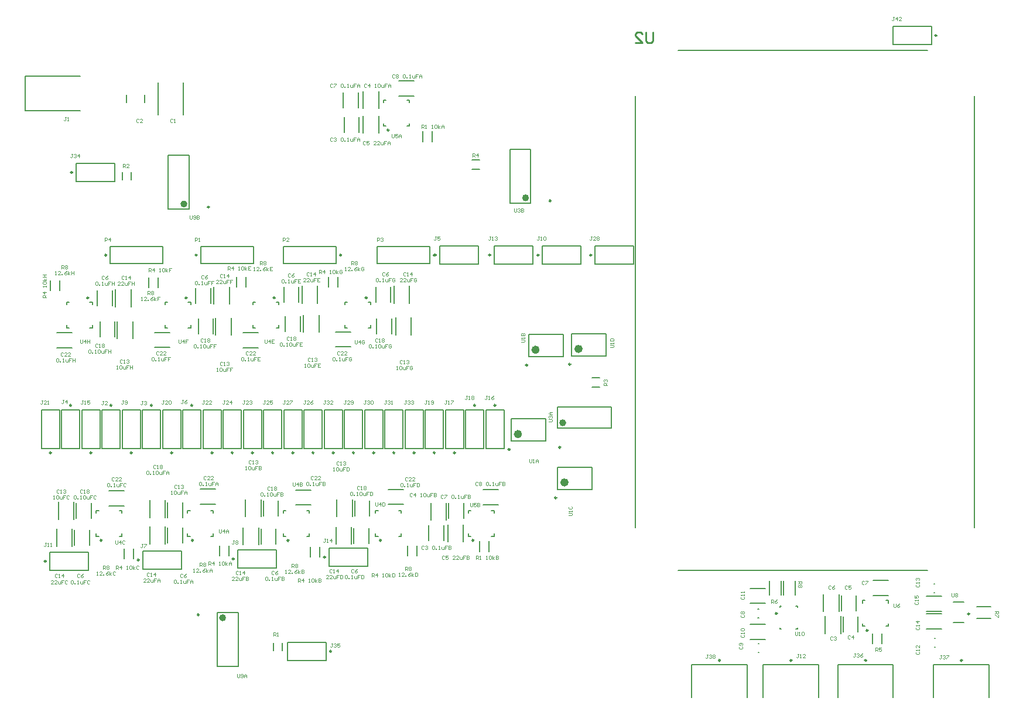
<source format=gto>
G04*
G04 #@! TF.GenerationSoftware,Altium Limited,Altium Designer,25.3.3 (18)*
G04*
G04 Layer_Color=65535*
%FSLAX44Y44*%
%MOMM*%
G71*
G04*
G04 #@! TF.SameCoordinates,8BA9F0F0-51DE-43A2-9AC8-778ADDE1523D*
G04*
G04*
G04 #@! TF.FilePolarity,Positive*
G04*
G01*
G75*
%ADD10C,0.6000*%
%ADD11C,0.2500*%
%ADD12C,0.5000*%
%ADD13C,0.1270*%
%ADD14C,0.2000*%
%ADD15C,0.1016*%
%ADD16C,0.2540*%
D10*
X819850Y523590D02*
G03*
X819850Y523590I-3000J0D01*
G01*
X799530Y330550D02*
G03*
X799530Y330550I-3000J0D01*
G01*
X757620Y522320D02*
G03*
X757620Y522320I-3000J0D01*
G01*
X732220Y400400D02*
G03*
X732220Y400400I-3000J0D01*
G01*
D11*
X805300Y501340D02*
G03*
X805300Y501340I-1250J0D01*
G01*
X784980Y308300D02*
G03*
X784980Y308300I-1250J0D01*
G01*
X743070Y500070D02*
G03*
X743070Y500070I-1250J0D01*
G01*
X717670Y378150D02*
G03*
X717670Y378150I-1250J0D01*
G01*
X1334710Y976630D02*
G03*
X1334710Y976630I-1250J0D01*
G01*
X259060Y441920D02*
G03*
X259060Y441920I-1250J0D01*
G01*
X200640D02*
G03*
X200640Y441920I-1250J0D01*
G01*
X142220D02*
G03*
X142220Y441920I-1250J0D01*
G01*
X83800D02*
G03*
X83800Y441920I-1250J0D01*
G01*
X259565Y246690D02*
G03*
X259565Y246690I-1250J0D01*
G01*
X511090Y597405D02*
G03*
X511090Y597405I-1250J0D01*
G01*
X377980D02*
G03*
X377980Y597405I-1250J0D01*
G01*
X250740D02*
G03*
X250740Y597405I-1250J0D01*
G01*
X108500D02*
G03*
X108500Y597405I-1250J0D01*
G01*
X1371580Y73165D02*
G03*
X1371580Y73165I-1250J0D01*
G01*
X1021750D02*
G03*
X1021750Y73165I-1250J0D01*
G01*
X1125200D02*
G03*
X1125200Y73165I-1250J0D01*
G01*
X1233150D02*
G03*
X1233150Y73165I-1250J0D01*
G01*
X1104020Y141160D02*
G03*
X1104020Y141160I-1250J0D01*
G01*
X1382080Y140370D02*
G03*
X1382080Y140370I-1250J0D01*
G01*
X450870Y222250D02*
G03*
X450870Y222250I-1250J0D01*
G01*
X181630Y218440D02*
G03*
X181630Y218440I-1250J0D01*
G01*
X268081Y139085D02*
G03*
X268081Y139085I-1250J0D01*
G01*
X1235280Y116575D02*
G03*
X1235280Y116575I-1250J0D01*
G01*
X54590Y373420D02*
G03*
X54590Y373420I-1250J0D01*
G01*
X288270D02*
G03*
X288270Y373420I-1250J0D01*
G01*
X317480D02*
G03*
X317480Y373420I-1250J0D01*
G01*
X346690D02*
G03*
X346690Y373420I-1250J0D01*
G01*
X375900D02*
G03*
X375900Y373420I-1250J0D01*
G01*
X405110D02*
G03*
X405110Y373420I-1250J0D01*
G01*
X459680Y86360D02*
G03*
X459680Y86360I-1250J0D01*
G01*
X434320Y373420D02*
G03*
X434320Y373420I-1250J0D01*
G01*
X463530D02*
G03*
X463530Y373420I-1250J0D01*
G01*
X492740D02*
G03*
X492740Y373420I-1250J0D01*
G01*
X521950D02*
G03*
X521950Y373420I-1250J0D01*
G01*
X551160D02*
G03*
X551160Y373420I-1250J0D01*
G01*
X580370D02*
G03*
X580370Y373420I-1250J0D01*
G01*
X85110Y778510D02*
G03*
X85110Y778510I-1250J0D01*
G01*
X134450Y659130D02*
G03*
X134450Y659130I-1250J0D01*
G01*
X689630D02*
G03*
X689630Y659130I-1250J0D01*
G01*
X835680D02*
G03*
X835680Y659130I-1250J0D01*
G01*
X665253Y246690D02*
G03*
X665253Y246690I-1250J0D01*
G01*
X542802Y839873D02*
G03*
X542802Y839873I-1250J0D01*
G01*
X47010Y216446D02*
G03*
X47010Y216446I-1250J0D01*
G01*
X318790Y219710D02*
G03*
X318790Y219710I-1250J0D01*
G01*
X113010Y373420D02*
G03*
X113010Y373420I-1250J0D01*
G01*
X171430D02*
G03*
X171430Y373420I-1250J0D01*
G01*
X229850D02*
G03*
X229850Y373420I-1250J0D01*
G01*
X638790D02*
G03*
X638790Y373420I-1250J0D01*
G01*
X697210Y441920D02*
G03*
X697210Y441920I-1250J0D01*
G01*
X609580Y373420D02*
G03*
X609580Y373420I-1250J0D01*
G01*
X668000Y441920D02*
G03*
X668000Y441920I-1250J0D01*
G01*
X265260Y659130D02*
G03*
X265260Y659130I-1250J0D01*
G01*
X473840D02*
G03*
X473840Y659130I-1250J0D01*
G01*
X609730D02*
G03*
X609730Y659130I-1250J0D01*
G01*
X610890D02*
G03*
X610890Y659130I-1250J0D01*
G01*
X759480D02*
G03*
X759480Y659130I-1250J0D01*
G01*
X776893Y737680D02*
G03*
X776893Y737680I-1250J0D01*
G01*
X791000Y381326D02*
G03*
X791000Y381326I-1250J0D01*
G01*
X127485Y246690D02*
G03*
X127485Y246690I-1250J0D01*
G01*
X397995D02*
G03*
X397995Y246690I-1250J0D01*
G01*
X282864Y728790D02*
G03*
X282864Y728790I-1250J0D01*
G01*
X531345Y246690D02*
G03*
X531345Y246690I-1250J0D01*
G01*
D12*
X304714Y134835D02*
G03*
X304714Y134835I-2500J0D01*
G01*
X742761Y741930D02*
G03*
X742761Y741930I-2500J0D01*
G01*
X796500Y416709D02*
G03*
X796500Y416709I-2500J0D01*
G01*
X248731Y733040D02*
G03*
X248731Y733040I-2500J0D01*
G01*
D13*
X1389370Y264760D02*
Y889260D01*
X899170Y264760D02*
Y889260D01*
X960670Y954960D02*
X1321170D01*
X960670Y203160D02*
X1321170D01*
X251680Y252690D02*
Y256325D01*
Y286325D02*
Y289960D01*
X285315D02*
X288950D01*
X251680D02*
X255315D01*
X288950Y252690D02*
Y256325D01*
Y286325D02*
Y289960D01*
X285315Y252690D02*
X288950D01*
X251680D02*
X255315D01*
X512840Y591405D02*
X516475D01*
X479205D02*
X482840D01*
X479205Y554135D02*
Y557770D01*
Y587770D02*
Y591405D01*
X512840Y554135D02*
X516475D01*
X479205D02*
X482840D01*
X516475D02*
Y557770D01*
Y587770D02*
Y591405D01*
X383365Y587770D02*
Y591405D01*
Y554135D02*
Y557770D01*
X346095Y554135D02*
X349730D01*
X379730D02*
X383365D01*
X346095Y587770D02*
Y591405D01*
Y554135D02*
Y557770D01*
Y591405D02*
X349730D01*
X379730D02*
X383365D01*
X256125Y587770D02*
Y591405D01*
Y554135D02*
Y557770D01*
X218855Y554135D02*
X222490D01*
X252490D02*
X256125D01*
X218855Y587770D02*
Y591405D01*
Y554135D02*
Y557770D01*
Y591405D02*
X222490D01*
X252490D02*
X256125D01*
X113885Y587770D02*
Y591405D01*
Y554135D02*
Y557770D01*
X76615Y554135D02*
X80250D01*
X110250D02*
X113885D01*
X76615Y587770D02*
Y591405D01*
Y554135D02*
Y557770D01*
Y591405D02*
X80250D01*
X110250D02*
X113885D01*
X1227395Y122575D02*
X1231030D01*
X1261030D02*
X1264665D01*
Y156210D02*
Y159845D01*
Y122575D02*
Y126210D01*
X1227395Y159845D02*
X1231030D01*
X1261030D02*
X1264665D01*
X1227395Y156210D02*
Y159845D01*
Y122575D02*
Y126210D01*
X657368Y252690D02*
X661003D01*
X691003D02*
X694638D01*
Y286325D02*
Y289960D01*
Y252690D02*
Y256325D01*
X657368Y289960D02*
X661003D01*
X691003D02*
X694638D01*
X657368Y286325D02*
Y289960D01*
Y252690D02*
Y256325D01*
X534917Y845873D02*
X538552D01*
X568552D02*
X572187D01*
Y879508D02*
Y883143D01*
Y845873D02*
Y849508D01*
X534917Y883143D02*
X538552D01*
X568552D02*
X572187D01*
X534917Y879508D02*
Y883143D01*
Y845873D02*
Y849508D01*
X119600Y252690D02*
Y256325D01*
Y286325D02*
Y289960D01*
X153235D02*
X156870D01*
X119600D02*
X123235D01*
X156870Y252690D02*
Y256325D01*
Y286325D02*
Y289960D01*
X153235Y252690D02*
X156870D01*
X119600D02*
X123235D01*
X390110D02*
Y256325D01*
Y286325D02*
Y289960D01*
X423745D02*
X427380D01*
X390110D02*
X393745D01*
X427380Y252690D02*
Y256325D01*
Y286325D02*
Y289960D01*
X423745Y252690D02*
X427380D01*
X390110D02*
X393745D01*
X523460D02*
Y256325D01*
Y286325D02*
Y289960D01*
X557095D02*
X560730D01*
X523460D02*
X527095D01*
X560730Y252690D02*
Y256325D01*
Y286325D02*
Y289960D01*
X557095Y252690D02*
X560730D01*
X523460D02*
X527095D01*
D14*
X856850Y513590D02*
Y545590D01*
X806850Y513590D02*
Y545590D01*
X856850D01*
X806850Y513590D02*
X856850D01*
X836530Y320550D02*
Y352550D01*
X786530Y320550D02*
Y352550D01*
X836530D01*
X786530Y320550D02*
X836530D01*
X794620Y512320D02*
Y544320D01*
X744620Y512320D02*
Y544320D01*
X794620D01*
X744620Y512320D02*
X794620D01*
X769220Y390400D02*
Y422400D01*
X719220Y390400D02*
Y422400D01*
X769220D01*
X719220Y390400D02*
X769220D01*
X476762Y872438D02*
Y894438D01*
X498262Y872438D02*
Y894438D01*
X1271310Y963430D02*
X1327110D01*
X1271310D02*
Y989830D01*
X1327110D01*
Y963430D02*
Y989830D01*
X335460Y280839D02*
Y305901D01*
X357960Y280839D02*
Y305901D01*
X203630Y525680D02*
X225630D01*
X203630Y547180D02*
X225630D01*
X244610Y435570D02*
X271010D01*
X244610Y379770D02*
Y435570D01*
Y379770D02*
X271010D01*
Y435570D01*
X186190D02*
X212590D01*
X186190Y379770D02*
Y435570D01*
Y379770D02*
X212590D01*
Y435570D01*
X127770D02*
X154170D01*
X127770Y379770D02*
Y435570D01*
Y379770D02*
X154170D01*
Y435570D01*
X69350D02*
X95750D01*
X69350Y379770D02*
Y435570D01*
Y379770D02*
X95750D01*
Y435570D01*
X1171120Y143679D02*
Y168741D01*
X1193620Y143679D02*
Y168741D01*
X222930Y279830D02*
Y301830D01*
X244430Y279830D02*
Y301830D01*
X297938Y224572D02*
Y239297D01*
X311662Y224572D02*
Y239297D01*
X244430Y243000D02*
Y265000D01*
X222930Y243000D02*
Y265000D01*
X269790Y299130D02*
X291790D01*
X269790Y320630D02*
X291790D01*
X197030Y241469D02*
Y266531D01*
X219530Y241469D02*
Y266531D01*
Y279569D02*
Y304631D01*
X197030Y279569D02*
Y304631D01*
X469142Y613192D02*
Y627917D01*
X455418Y613192D02*
Y627917D01*
X465250Y526460D02*
X487250D01*
X465250Y547960D02*
X487250D01*
X525190Y545140D02*
Y567140D01*
X546690Y545140D02*
Y567140D01*
X575130Y543729D02*
Y568791D01*
X552630Y543729D02*
Y568791D01*
X545420Y590980D02*
Y612980D01*
X523920Y590980D02*
Y612980D01*
X550090Y589449D02*
Y614511D01*
X572590Y589449D02*
Y614511D01*
X1242770Y167130D02*
X1264770D01*
X1242770Y188630D02*
X1264770D01*
X1109590Y168156D02*
Y188278D01*
X1092590Y168156D02*
Y188278D01*
X1112910Y167739D02*
Y187861D01*
X1129910Y167739D02*
Y187861D01*
X1076570Y85190D02*
X1077570D01*
X1076570Y97690D02*
X1077570D01*
X322308Y613192D02*
Y627917D01*
X336032Y613192D02*
Y627917D01*
X331900Y546690D02*
X353900D01*
X331900Y525190D02*
X353900D01*
X414610Y548950D02*
Y570950D01*
X393110Y548950D02*
Y570950D01*
X439480Y589449D02*
Y614511D01*
X416980Y589449D02*
Y614511D01*
X419280Y547539D02*
Y572601D01*
X441780Y547539D02*
Y572601D01*
X390810Y590980D02*
Y612980D01*
X412310Y590980D02*
Y612980D01*
X195068Y611922D02*
Y626647D01*
X208792Y611922D02*
Y626647D01*
X288880Y545140D02*
Y567140D01*
X267380Y545140D02*
Y567140D01*
X312240Y588179D02*
Y613241D01*
X289740Y588179D02*
Y613241D01*
X292280Y543367D02*
Y568429D01*
X314780Y543367D02*
Y568429D01*
X263570Y589710D02*
Y611710D01*
X285070Y589710D02*
Y611710D01*
X52828Y608112D02*
Y622837D01*
X66552Y608112D02*
Y622837D01*
X62660Y546690D02*
X84660D01*
X62660Y525190D02*
X84660D01*
X146640Y541330D02*
Y563330D01*
X125140Y541330D02*
Y563330D01*
X150040Y538287D02*
Y563349D01*
X172540Y538287D02*
Y563349D01*
X121330Y585900D02*
Y607900D01*
X142830Y585900D02*
Y607900D01*
X170000Y584369D02*
Y609431D01*
X147500Y584369D02*
Y609431D01*
X1330330Y19815D02*
Y66815D01*
X1410330D01*
Y19815D02*
Y66815D01*
X980500Y19815D02*
Y66815D01*
X1060500D01*
Y19815D02*
Y66815D01*
X1083950Y19815D02*
Y66815D01*
X1163950D01*
Y19815D02*
Y66815D01*
X1191900Y19815D02*
Y66815D01*
X1271900D01*
Y19815D02*
Y66815D01*
X408220Y319360D02*
X430220D01*
X408220Y297860D02*
X430220D01*
X1076350Y134720D02*
X1077350D01*
X1076350Y147220D02*
X1077350D01*
X1064810Y177120D02*
X1086810D01*
X1064810Y155620D02*
X1086810D01*
X1064690Y125050D02*
X1086690D01*
X1064690Y103550D02*
X1086690D01*
X1131243Y118419D02*
X1133243D01*
X1107783Y118407D02*
X1109783D01*
X1131261Y151908D02*
X1133260D01*
X1107823Y151909D02*
X1109823D01*
X1133274Y118465D02*
Y120465D01*
X1107778Y118449D02*
Y120449D01*
X1133273Y149879D02*
Y151879D01*
X1107788Y149913D02*
Y151913D01*
X1359080Y157800D02*
X1373580D01*
X1359080Y127870D02*
X1373580D01*
X583442Y224210D02*
Y238935D01*
X569718Y224210D02*
Y238935D01*
X455970Y209050D02*
Y235450D01*
Y209050D02*
X511770D01*
Y235450D01*
X455970D02*
X511770D01*
X488770Y241107D02*
Y266169D01*
X466270Y241107D02*
Y266169D01*
X467540Y280839D02*
Y305901D01*
X490040Y280839D02*
Y305901D01*
X514940Y282370D02*
Y304370D01*
X493440Y282370D02*
Y304370D01*
X492170Y242638D02*
Y264638D01*
X513670Y242638D02*
Y264638D01*
X186730Y205240D02*
Y231640D01*
Y205240D02*
X242530D01*
Y231640D01*
X186730D02*
X242530D01*
X294714Y64335D02*
Y142335D01*
Y64335D02*
X324656D01*
Y142335D01*
X294714D02*
X324656D01*
X1392436Y150740D02*
X1412558D01*
X1392436Y133740D02*
X1412558D01*
X1319960Y144190D02*
X1341960D01*
X1319960Y165690D02*
X1341960D01*
X1330460Y184050D02*
X1331460D01*
X1330460Y171550D02*
X1331460D01*
X1331770Y105310D02*
X1332770D01*
X1331770Y92810D02*
X1332770D01*
X1320080Y118790D02*
X1342080D01*
X1320080Y140290D02*
X1342080D01*
X1241948Y97333D02*
Y112058D01*
X1255672Y97333D02*
Y112058D01*
X1199560Y114730D02*
Y136730D01*
X1221060Y114730D02*
Y136730D01*
X1196160Y111929D02*
Y136991D01*
X1173660Y111929D02*
Y136991D01*
X1218520Y145210D02*
Y167210D01*
X1197020Y145210D02*
Y167210D01*
X673858Y230603D02*
Y245328D01*
X687582Y230603D02*
Y245328D01*
X163530Y880200D02*
Y891200D01*
X189530Y880200D02*
Y891200D01*
X40140Y379770D02*
Y435570D01*
X66540D01*
Y379770D02*
Y435570D01*
X40140Y379770D02*
X66540D01*
X273820D02*
Y435570D01*
X300220D01*
Y379770D02*
Y435570D01*
X273820Y379770D02*
X300220D01*
X303030D02*
Y435570D01*
X329430D01*
Y379770D02*
Y435570D01*
X303030Y379770D02*
X329430D01*
X332240D02*
Y435570D01*
X358640D01*
Y379770D02*
Y435570D01*
X332240Y379770D02*
X358640D01*
X361450D02*
Y435570D01*
X387850D01*
Y379770D02*
Y435570D01*
X361450Y379770D02*
X387850D01*
X390660D02*
Y435570D01*
X417060D01*
Y379770D02*
Y435570D01*
X390660Y379770D02*
X417060D01*
X396280Y73160D02*
X452080D01*
X396280D02*
Y99560D01*
X452080D01*
Y73160D02*
Y99560D01*
X419870Y379770D02*
Y435570D01*
X446270D01*
Y379770D02*
Y435570D01*
X419870Y379770D02*
X446270D01*
X449080D02*
Y435570D01*
X475480D01*
Y379770D02*
Y435570D01*
X449080Y379770D02*
X475480D01*
X478290D02*
Y435570D01*
X504690D01*
Y379770D02*
Y435570D01*
X478290Y379770D02*
X504690D01*
X507500D02*
Y435570D01*
X533900D01*
Y379770D02*
Y435570D01*
X507500Y379770D02*
X533900D01*
X536710D02*
Y435570D01*
X563110D01*
Y379770D02*
Y435570D01*
X536710Y379770D02*
X563110D01*
X565920D02*
Y435570D01*
X592320D01*
Y379770D02*
Y435570D01*
X565920Y379770D02*
X592320D01*
X90210Y791710D02*
X146010D01*
Y765310D02*
Y791710D01*
X90210Y765310D02*
X146010D01*
X90210D02*
Y791710D01*
X139700Y671580D02*
X215900D01*
X139700Y646680D02*
X215900D01*
X139700D02*
Y671580D01*
X215900Y646680D02*
Y671580D01*
X694730Y672330D02*
X750530D01*
Y645930D02*
Y672330D01*
X694730Y645930D02*
X750530D01*
X694730D02*
Y672330D01*
X840780Y645930D02*
Y672330D01*
Y645930D02*
X896580D01*
Y672330D01*
X840780D02*
X896580D01*
X388770Y87210D02*
Y98210D01*
X375770Y87210D02*
Y98210D01*
X159508Y219968D02*
Y234692D01*
X173232Y219968D02*
Y234692D01*
X331738Y240218D02*
Y265280D01*
X354238Y240218D02*
Y265280D01*
X442472Y222508D02*
Y237232D01*
X428748Y222508D02*
Y237232D01*
X379138Y241749D02*
Y263749D01*
X357638Y241749D02*
Y263749D01*
X170330Y767930D02*
Y778930D01*
X157330Y767930D02*
Y778930D01*
X245361Y862363D02*
Y908405D01*
X209299Y862363D02*
Y908405D01*
X627923Y244562D02*
Y269624D01*
X650423Y244562D02*
Y269624D01*
X621983Y246093D02*
Y268093D01*
X600483Y246093D02*
Y268093D01*
X629330Y278560D02*
Y300560D01*
X650830Y278560D02*
Y300560D01*
X625930Y275759D02*
Y300821D01*
X603430Y275759D02*
Y300821D01*
X836465Y481480D02*
X847465D01*
X836465Y468480D02*
X847465D01*
X556642Y910818D02*
X578642D01*
X556642Y889318D02*
X578642D01*
X478032Y836998D02*
Y858998D01*
X499532Y836998D02*
Y858998D01*
X527972Y835467D02*
Y860529D01*
X505472Y835467D02*
Y860529D01*
X527972Y871027D02*
Y896089D01*
X505472Y871027D02*
Y896089D01*
X591308Y823218D02*
Y837942D01*
X605032Y823218D02*
Y837942D01*
X662475Y796440D02*
X673475D01*
X662475Y783440D02*
X673475D01*
X679093Y298413D02*
X701093D01*
X679093Y319913D02*
X701093D01*
X64950Y277029D02*
Y302091D01*
X87450Y277029D02*
Y302091D01*
X84910Y238205D02*
Y263267D01*
X62410Y238205D02*
Y263267D01*
X88310Y239736D02*
Y261736D01*
X109810Y239736D02*
Y261736D01*
X52110Y229646D02*
X107910D01*
Y203246D02*
Y229646D01*
X52110Y203246D02*
X107910D01*
X52110D02*
Y229646D01*
X323890Y232910D02*
X379690D01*
Y206510D02*
Y232910D01*
X323890Y206510D02*
X379690D01*
X323890D02*
Y232910D01*
X98560Y379770D02*
Y435570D01*
X124960D01*
Y379770D02*
Y435570D01*
X98560Y379770D02*
X124960D01*
X156980D02*
Y435570D01*
X183380D01*
Y379770D02*
Y435570D01*
X156980Y379770D02*
X183380D01*
X215400D02*
X241800D01*
Y435570D01*
X215400D02*
X241800D01*
X215400Y379770D02*
Y435570D01*
X624340Y379770D02*
Y435570D01*
X650740D01*
Y379770D02*
Y435570D01*
X624340Y379770D02*
X650740D01*
X709160D02*
Y435570D01*
X682760Y379770D02*
X709160D01*
X682760D02*
Y435570D01*
X709160D01*
X595130Y379770D02*
Y435570D01*
X621530D01*
Y379770D02*
Y435570D01*
X595130Y379770D02*
X621530D01*
X679950D02*
Y435570D01*
X653550Y379770D02*
X679950D01*
X653550D02*
Y435570D01*
X679950D01*
X16600Y867810D02*
X96100D01*
X16600Y917810D02*
X96100D01*
X16600Y867810D02*
Y917810D01*
X346710Y646680D02*
Y671580D01*
X270510Y646680D02*
Y671580D01*
Y646680D02*
X346710D01*
X270510Y671580D02*
X346710D01*
X389890Y646680D02*
Y671580D01*
X466090Y646680D02*
Y671580D01*
X389890D02*
X466090D01*
X389890Y646680D02*
X466090D01*
X525780D02*
Y671580D01*
X601980Y646680D02*
Y671580D01*
X525780D02*
X601980D01*
X525780Y646680D02*
X601980D01*
X615990Y672330D02*
X671790D01*
Y645930D02*
Y672330D01*
X615990Y645930D02*
X671790D01*
X615990D02*
Y672330D01*
X764580D02*
X820380D01*
Y645930D02*
Y672330D01*
X764580Y645930D02*
X820380D01*
X764580D02*
Y672330D01*
X717819Y734430D02*
X747761D01*
X717819D02*
Y812430D01*
X747761D01*
Y734430D02*
Y812430D01*
X786500Y409209D02*
X864500D01*
Y439151D01*
X786500D02*
X864500D01*
X786500Y409209D02*
Y439151D01*
X253731Y725540D02*
Y803540D01*
X223789D02*
X253731D01*
X223789Y725540D02*
Y803540D01*
Y725540D02*
X253731D01*
X361360Y282370D02*
Y304370D01*
X382860Y282370D02*
Y304370D01*
X541570Y298768D02*
X563570D01*
X541570Y320268D02*
X563570D01*
X112350Y278680D02*
Y300680D01*
X90850Y278680D02*
Y300680D01*
X137710Y318090D02*
X159710D01*
X137710Y296590D02*
X159710D01*
D15*
X422232Y448816D02*
X420539D01*
X421385D01*
Y444584D01*
X420539Y443738D01*
X419692D01*
X418846Y444584D01*
X427310Y443738D02*
X423924D01*
X427310Y447124D01*
Y447970D01*
X426464Y448816D01*
X424771D01*
X423924Y447970D01*
X432388Y448816D02*
X430695Y447970D01*
X429003Y446277D01*
Y444584D01*
X429849Y443738D01*
X431542D01*
X432388Y444584D01*
Y445431D01*
X431542Y446277D01*
X429003D01*
X71424Y517769D02*
X70578Y518615D01*
X68885D01*
X68039Y517769D01*
Y514384D01*
X68885Y513537D01*
X70578D01*
X71424Y514384D01*
X76503Y513537D02*
X73117D01*
X76503Y516923D01*
Y517769D01*
X75656Y518615D01*
X73964D01*
X73117Y517769D01*
X81581Y513537D02*
X78196D01*
X81581Y516923D01*
Y517769D01*
X80735Y518615D01*
X79042D01*
X78196Y517769D01*
X61268Y509237D02*
X62114Y510083D01*
X63807D01*
X64653Y509237D01*
Y505851D01*
X63807Y505005D01*
X62114D01*
X61268Y505851D01*
Y509237D01*
X66346Y505005D02*
Y505851D01*
X67193D01*
Y505005D01*
X66346D01*
X70578D02*
X72271D01*
X71424D01*
Y510083D01*
X70578Y509237D01*
X74810Y508390D02*
Y505851D01*
X75656Y505005D01*
X78196D01*
Y508390D01*
X83274Y510083D02*
X79888D01*
Y507544D01*
X81581D01*
X79888D01*
Y505005D01*
X84967Y510083D02*
Y505005D01*
Y507544D01*
X88352D01*
Y510083D01*
Y505005D01*
X488528Y645617D02*
Y650695D01*
X491067D01*
X491914Y649849D01*
Y648156D01*
X491067Y647310D01*
X488528D01*
X490221D02*
X491914Y645617D01*
X493606Y649849D02*
X494453Y650695D01*
X496146D01*
X496992Y649849D01*
Y649003D01*
X496146Y648156D01*
X496992Y647310D01*
Y646463D01*
X496146Y645617D01*
X494453D01*
X493606Y646463D01*
Y647310D01*
X494453Y648156D01*
X493606Y649003D01*
Y649849D01*
X494453Y648156D02*
X496146D01*
X479218Y637085D02*
X480910D01*
X480064D01*
Y642163D01*
X479218Y641317D01*
X486835Y637085D02*
X483450D01*
X486835Y640470D01*
Y641317D01*
X485989Y642163D01*
X484296D01*
X483450Y641317D01*
X488528Y637085D02*
Y637931D01*
X489375D01*
Y637085D01*
X488528D01*
X496146Y642163D02*
X494453Y641317D01*
X492760Y639624D01*
Y637931D01*
X493606Y637085D01*
X495299D01*
X496146Y637931D01*
Y638777D01*
X495299Y639624D01*
X492760D01*
X497838Y637085D02*
Y642163D01*
Y638777D02*
X500378Y640470D01*
X497838Y638777D02*
X500378Y637085D01*
X506302Y641317D02*
X505456Y642163D01*
X503763D01*
X502917Y641317D01*
Y637931D01*
X503763Y637085D01*
X505456D01*
X506302Y637931D01*
Y639624D01*
X504609D01*
X187114Y241299D02*
X185421D01*
X186267D01*
Y237067D01*
X185421Y236221D01*
X184575D01*
X183728Y237067D01*
X188806Y241299D02*
X192192D01*
Y240453D01*
X188806Y237067D01*
Y236221D01*
X296759Y262889D02*
Y258657D01*
X297605Y257811D01*
X299298D01*
X300144Y258657D01*
Y262889D01*
X304376Y257811D02*
Y262889D01*
X301837Y260350D01*
X305223D01*
X306916Y257811D02*
Y261196D01*
X308608Y262889D01*
X310301Y261196D01*
Y257811D01*
Y260350D01*
X306916D01*
X802641Y283212D02*
X806873D01*
X807719Y284058D01*
Y285751D01*
X806873Y286598D01*
X802641D01*
X807719Y288290D02*
Y289983D01*
Y289137D01*
X802641D01*
X803487Y288290D01*
Y295908D02*
X802641Y295062D01*
Y293369D01*
X803487Y292522D01*
X806873D01*
X807719Y293369D01*
Y295062D01*
X806873Y295908D01*
X403439Y330199D02*
Y325967D01*
X404285Y325121D01*
X405978D01*
X406824Y325967D01*
Y330199D01*
X411056Y325121D02*
Y330199D01*
X408517Y327660D01*
X411903D01*
X413596Y330199D02*
Y325121D01*
X416135D01*
X416981Y325967D01*
Y326814D01*
X416135Y327660D01*
X413596D01*
X416135D01*
X416981Y328507D01*
Y329353D01*
X416135Y330199D01*
X413596D01*
X723479Y726439D02*
Y722207D01*
X724325Y721361D01*
X726018D01*
X726864Y722207D01*
Y726439D01*
X728557Y725593D02*
X729404Y726439D01*
X731096D01*
X731943Y725593D01*
Y724746D01*
X731096Y723900D01*
X730250D01*
X731096D01*
X731943Y723054D01*
Y722207D01*
X731096Y721361D01*
X729404D01*
X728557Y722207D01*
X733636Y726439D02*
Y721361D01*
X736175D01*
X737021Y722207D01*
Y723054D01*
X736175Y723900D01*
X733636D01*
X736175D01*
X737021Y724746D01*
Y725593D01*
X736175Y726439D01*
X733636D01*
X539072Y448816D02*
X537379D01*
X538225D01*
Y444584D01*
X537379Y443738D01*
X536532D01*
X535686Y444584D01*
X540764Y447970D02*
X541611Y448816D01*
X543303D01*
X544150Y447970D01*
Y447124D01*
X543303Y446277D01*
X542457D01*
X543303D01*
X544150Y445431D01*
Y444584D01*
X543303Y443738D01*
X541611D01*
X540764Y444584D01*
X545843Y443738D02*
X547536D01*
X546689D01*
Y448816D01*
X545843Y447970D01*
X493609Y535939D02*
Y531707D01*
X494455Y530861D01*
X496148D01*
X496994Y531707D01*
Y535939D01*
X501226Y530861D02*
Y535939D01*
X498687Y533400D01*
X502073D01*
X507151Y535093D02*
X506305Y535939D01*
X504612D01*
X503766Y535093D01*
Y531707D01*
X504612Y530861D01*
X506305D01*
X507151Y531707D01*
Y533400D01*
X505458D01*
X398358Y540629D02*
X397511Y541475D01*
X395818D01*
X394972Y540629D01*
Y537243D01*
X395818Y536397D01*
X397511D01*
X398358Y537243D01*
X400050Y536397D02*
X401743D01*
X400897D01*
Y541475D01*
X400050Y540629D01*
X404282D02*
X405129Y541475D01*
X406822D01*
X407668Y540629D01*
Y539783D01*
X406822Y538936D01*
X407668Y538090D01*
Y537243D01*
X406822Y536397D01*
X405129D01*
X404282Y537243D01*
Y538090D01*
X405129Y538936D01*
X404282Y539783D01*
Y540629D01*
X405129Y538936D02*
X406822D01*
X385238Y532097D02*
X386085Y532943D01*
X387778D01*
X388624Y532097D01*
Y528711D01*
X387778Y527865D01*
X386085D01*
X385238Y528711D01*
Y532097D01*
X390317Y527865D02*
Y528711D01*
X391163D01*
Y527865D01*
X390317D01*
X394549D02*
X396242D01*
X395395D01*
Y532943D01*
X394549Y532097D01*
X398781D02*
X399627Y532943D01*
X401320D01*
X402166Y532097D01*
Y528711D01*
X401320Y527865D01*
X399627D01*
X398781Y528711D01*
Y532097D01*
X403859Y531250D02*
Y528711D01*
X404706Y527865D01*
X407245D01*
Y531250D01*
X412323Y532943D02*
X408937D01*
Y530404D01*
X410630D01*
X408937D01*
Y527865D01*
X417402Y532943D02*
X414016D01*
Y527865D01*
X417402D01*
X414016Y530404D02*
X415709D01*
X209854Y519529D02*
X209008Y520375D01*
X207315D01*
X206469Y519529D01*
Y516143D01*
X207315Y515297D01*
X209008D01*
X209854Y516143D01*
X214933Y515297D02*
X211547D01*
X214933Y518683D01*
Y519529D01*
X214086Y520375D01*
X212394D01*
X211547Y519529D01*
X220011Y515297D02*
X216626D01*
X220011Y518683D01*
Y519529D01*
X219165Y520375D01*
X217472D01*
X216626Y519529D01*
X199698Y510997D02*
X200544Y511843D01*
X202237D01*
X203083Y510997D01*
Y507611D01*
X202237Y506765D01*
X200544D01*
X199698Y507611D01*
Y510997D01*
X204776Y506765D02*
Y507611D01*
X205623D01*
Y506765D01*
X204776D01*
X209008D02*
X210701D01*
X209855D01*
Y511843D01*
X209008Y510997D01*
X213240Y510150D02*
Y507611D01*
X214086Y506765D01*
X216626D01*
Y510150D01*
X221704Y511843D02*
X218318D01*
Y509304D01*
X220011D01*
X218318D01*
Y506765D01*
X226782Y511843D02*
X223397D01*
Y509304D01*
X225089D01*
X223397D01*
Y506765D01*
X96099Y537209D02*
Y532977D01*
X96945Y532131D01*
X98638D01*
X99484Y532977D01*
Y537209D01*
X103716Y532131D02*
Y537209D01*
X101177Y534670D01*
X104563D01*
X106256Y537209D02*
Y532131D01*
Y534670D01*
X109641D01*
Y537209D01*
Y532131D01*
X522819Y301351D02*
Y297120D01*
X523665Y296273D01*
X525358D01*
X526204Y297120D01*
Y301351D01*
X530436Y296273D02*
Y301351D01*
X527897Y298812D01*
X531283D01*
X532976Y301351D02*
Y296273D01*
X535515D01*
X536361Y297120D01*
Y300505D01*
X535515Y301351D01*
X532976D01*
X278554Y338699D02*
X277708Y339545D01*
X276015D01*
X275169Y338699D01*
Y335313D01*
X276015Y334467D01*
X277708D01*
X278554Y335313D01*
X283633Y334467D02*
X280247D01*
X283633Y337853D01*
Y338699D01*
X282786Y339545D01*
X281094D01*
X280247Y338699D01*
X288711Y334467D02*
X285326D01*
X288711Y337853D01*
Y338699D01*
X287865Y339545D01*
X286172D01*
X285326Y338699D01*
X268398Y330167D02*
X269244Y331013D01*
X270937D01*
X271783Y330167D01*
Y326781D01*
X270937Y325935D01*
X269244D01*
X268398Y326781D01*
Y330167D01*
X273476Y325935D02*
Y326781D01*
X274322D01*
Y325935D01*
X273476D01*
X277708D02*
X279401D01*
X278554D01*
Y331013D01*
X277708Y330167D01*
X281940Y329320D02*
Y326781D01*
X282786Y325935D01*
X285326D01*
Y329320D01*
X290404Y331013D02*
X287018D01*
Y328474D01*
X288711D01*
X287018D01*
Y325935D01*
X292097D02*
Y329320D01*
X293790Y331013D01*
X295482Y329320D01*
Y325935D01*
Y328474D01*
X292097D01*
X428838Y510149D02*
X427991Y510995D01*
X426298D01*
X425452Y510149D01*
Y506763D01*
X426298Y505917D01*
X427991D01*
X428838Y506763D01*
X430530Y505917D02*
X432223D01*
X431377D01*
Y510995D01*
X430530Y510149D01*
X434762D02*
X435609Y510995D01*
X437302D01*
X438148Y510149D01*
Y509303D01*
X437302Y508456D01*
X436455D01*
X437302D01*
X438148Y507610D01*
Y506763D01*
X437302Y505917D01*
X435609D01*
X434762Y506763D01*
X420374Y497385D02*
X422066D01*
X421220D01*
Y502463D01*
X420374Y501617D01*
X424606D02*
X425452Y502463D01*
X427145D01*
X427991Y501617D01*
Y498231D01*
X427145Y497385D01*
X425452D01*
X424606Y498231D01*
Y501617D01*
X429684Y500770D02*
Y498231D01*
X430530Y497385D01*
X433070D01*
Y500770D01*
X438148Y502463D02*
X434762D01*
Y499924D01*
X436455D01*
X434762D01*
Y497385D01*
X443226Y502463D02*
X439841D01*
Y497385D01*
X443226D01*
X439841Y499924D02*
X441534D01*
X745492Y364489D02*
Y360257D01*
X746339Y359411D01*
X748031D01*
X748878Y360257D01*
Y364489D01*
X750570Y359411D02*
X752263D01*
X751417D01*
Y364489D01*
X750570Y363643D01*
X754802Y359411D02*
Y362796D01*
X756495Y364489D01*
X758188Y362796D01*
Y359411D01*
Y361950D01*
X754802D01*
X254849Y716279D02*
Y712047D01*
X255695Y711201D01*
X257388D01*
X258234Y712047D01*
Y716279D01*
X259927Y712047D02*
X260774Y711201D01*
X262466D01*
X263313Y712047D01*
Y715433D01*
X262466Y716279D01*
X260774D01*
X259927Y715433D01*
Y714586D01*
X260774Y713740D01*
X263313D01*
X265006Y716279D02*
Y711201D01*
X267545D01*
X268391Y712047D01*
Y712894D01*
X267545Y713740D01*
X265006D01*
X267545D01*
X268391Y714586D01*
Y715433D01*
X267545Y716279D01*
X265006D01*
X323429Y53339D02*
Y49107D01*
X324275Y48261D01*
X325968D01*
X326814Y49107D01*
Y53339D01*
X328507Y49107D02*
X329354Y48261D01*
X331046D01*
X331893Y49107D01*
Y52493D01*
X331046Y53339D01*
X329354D01*
X328507Y52493D01*
Y51646D01*
X329354Y50800D01*
X331893D01*
X333586Y48261D02*
Y51646D01*
X335278Y53339D01*
X336971Y51646D01*
Y48261D01*
Y50800D01*
X333586D01*
X773431Y418679D02*
X777663D01*
X778509Y419525D01*
Y421218D01*
X777663Y422064D01*
X773431D01*
X774277Y423757D02*
X773431Y424604D01*
Y426296D01*
X774277Y427143D01*
X775123D01*
X775970Y426296D01*
Y425450D01*
Y426296D01*
X776816Y427143D01*
X777663D01*
X778509Y426296D01*
Y424604D01*
X777663Y423757D01*
X778509Y428835D02*
X775123D01*
X773431Y430528D01*
X775123Y432221D01*
X778509D01*
X775970D01*
Y428835D01*
X121498Y530469D02*
X120651Y531315D01*
X118959D01*
X118112Y530469D01*
Y527084D01*
X118959Y526237D01*
X120651D01*
X121498Y527084D01*
X123190Y526237D02*
X124883D01*
X124037D01*
Y531315D01*
X123190Y530469D01*
X127422D02*
X128269Y531315D01*
X129962D01*
X130808Y530469D01*
Y529623D01*
X129962Y528776D01*
X130808Y527930D01*
Y527084D01*
X129962Y526237D01*
X128269D01*
X127422Y527084D01*
Y527930D01*
X128269Y528776D01*
X127422Y529623D01*
Y530469D01*
X128269Y528776D02*
X129962D01*
X108378Y521937D02*
X109225Y522783D01*
X110918D01*
X111764Y521937D01*
Y518551D01*
X110918Y517705D01*
X109225D01*
X108378Y518551D01*
Y521937D01*
X113457Y517705D02*
Y518551D01*
X114303D01*
Y517705D01*
X113457D01*
X117689D02*
X119382D01*
X118535D01*
Y522783D01*
X117689Y521937D01*
X121921D02*
X122767Y522783D01*
X124460D01*
X125306Y521937D01*
Y518551D01*
X124460Y517705D01*
X122767D01*
X121921Y518551D01*
Y521937D01*
X126999Y521090D02*
Y518551D01*
X127846Y517705D01*
X130385D01*
Y521090D01*
X135463Y522783D02*
X132078D01*
Y520244D01*
X133770D01*
X132078D01*
Y517705D01*
X137156Y522783D02*
Y517705D01*
Y520244D01*
X140541D01*
Y522783D01*
Y517705D01*
X72814Y449579D02*
X71121D01*
X71967D01*
Y445347D01*
X71121Y444501D01*
X70275D01*
X69428Y445347D01*
X77046Y444501D02*
Y449579D01*
X74506Y447040D01*
X77892D01*
X131234Y628259D02*
X130387Y629105D01*
X128694D01*
X127848Y628259D01*
Y624874D01*
X128694Y624027D01*
X130387D01*
X131234Y624874D01*
X136312Y629105D02*
X134619Y628259D01*
X132926Y626566D01*
Y624874D01*
X133773Y624027D01*
X135466D01*
X136312Y624874D01*
Y625720D01*
X135466Y626566D01*
X132926D01*
X118538Y619727D02*
X119384Y620573D01*
X121077D01*
X121923Y619727D01*
Y616341D01*
X121077Y615495D01*
X119384D01*
X118538Y616341D01*
Y619727D01*
X123616Y615495D02*
Y616341D01*
X124462D01*
Y615495D01*
X123616D01*
X127848D02*
X129541D01*
X128694D01*
Y620573D01*
X127848Y619727D01*
X132080Y618880D02*
Y616341D01*
X132926Y615495D01*
X135466D01*
Y618880D01*
X140544Y620573D02*
X137158D01*
Y618034D01*
X138851D01*
X137158D01*
Y615495D01*
X142237Y620573D02*
Y615495D01*
Y618034D01*
X145622D01*
Y620573D01*
Y615495D01*
X129118Y204927D02*
Y210005D01*
X131657D01*
X132504Y209159D01*
Y207466D01*
X131657Y206620D01*
X129118D01*
X130811D02*
X132504Y204927D01*
X134196Y209159D02*
X135043Y210005D01*
X136736D01*
X137582Y209159D01*
Y208313D01*
X136736Y207466D01*
X137582Y206620D01*
Y205774D01*
X136736Y204927D01*
X135043D01*
X134196Y205774D01*
Y206620D01*
X135043Y207466D01*
X134196Y208313D01*
Y209159D01*
X135043Y207466D02*
X136736D01*
X119808Y196395D02*
X121501D01*
X120654D01*
Y201473D01*
X119808Y200627D01*
X127425Y196395D02*
X124040D01*
X127425Y199780D01*
Y200627D01*
X126579Y201473D01*
X124886D01*
X124040Y200627D01*
X129118Y196395D02*
Y197241D01*
X129965D01*
Y196395D01*
X129118D01*
X136736Y201473D02*
X135043Y200627D01*
X133350Y198934D01*
Y197241D01*
X134196Y196395D01*
X135889D01*
X136736Y197241D01*
Y198087D01*
X135889Y198934D01*
X133350D01*
X138428Y196395D02*
Y201473D01*
Y198087D02*
X140968Y199780D01*
X138428Y198087D02*
X140968Y196395D01*
X146892Y200627D02*
X146046Y201473D01*
X144353D01*
X143507Y200627D01*
Y197241D01*
X144353Y196395D01*
X146046D01*
X146892Y197241D01*
X526628Y538089D02*
X525781Y538935D01*
X524089D01*
X523242Y538089D01*
Y534703D01*
X524089Y533857D01*
X525781D01*
X526628Y534703D01*
X528320Y533857D02*
X530013D01*
X529167D01*
Y538935D01*
X528320Y538089D01*
X532552D02*
X533399Y538935D01*
X535092D01*
X535938Y538089D01*
Y537243D01*
X535092Y536396D01*
X535938Y535550D01*
Y534703D01*
X535092Y533857D01*
X533399D01*
X532552Y534703D01*
Y535550D01*
X533399Y536396D01*
X532552Y537243D01*
Y538089D01*
X533399Y536396D02*
X535092D01*
X513508Y529557D02*
X514355Y530403D01*
X516048D01*
X516894Y529557D01*
Y526171D01*
X516048Y525325D01*
X514355D01*
X513508Y526171D01*
Y529557D01*
X518587Y525325D02*
Y526171D01*
X519433D01*
Y525325D01*
X518587D01*
X522819D02*
X524512D01*
X523665D01*
Y530403D01*
X522819Y529557D01*
X527051D02*
X527897Y530403D01*
X529590D01*
X530436Y529557D01*
Y526171D01*
X529590Y525325D01*
X527897D01*
X527051Y526171D01*
Y529557D01*
X532129Y528710D02*
Y526171D01*
X532976Y525325D01*
X535515D01*
Y528710D01*
X540593Y530403D02*
X537207D01*
Y527864D01*
X538900D01*
X537207D01*
Y525325D01*
X545672Y529557D02*
X544825Y530403D01*
X543132D01*
X542286Y529557D01*
Y526171D01*
X543132Y525325D01*
X544825D01*
X545672Y526171D01*
Y527864D01*
X543979D01*
X301838Y630799D02*
X300991Y631645D01*
X299298D01*
X298452Y630799D01*
Y627413D01*
X299298Y626567D01*
X300991D01*
X301838Y627413D01*
X303530Y626567D02*
X305223D01*
X304377D01*
Y631645D01*
X303530Y630799D01*
X310302Y626567D02*
Y631645D01*
X307762Y629106D01*
X311148D01*
X296336Y618035D02*
X292950D01*
X296336Y621420D01*
Y622267D01*
X295490Y623113D01*
X293797D01*
X292950Y622267D01*
X301414Y618035D02*
X298029D01*
X301414Y621420D01*
Y622267D01*
X300568Y623113D01*
X298875D01*
X298029Y622267D01*
X303107Y621420D02*
Y618881D01*
X303954Y618035D01*
X306493D01*
Y621420D01*
X311571Y623113D02*
X308186D01*
Y620574D01*
X309878D01*
X308186D01*
Y618035D01*
X316649Y623113D02*
X313264D01*
Y620574D01*
X314957D01*
X313264D01*
Y618035D01*
X363812Y448816D02*
X362119D01*
X362965D01*
Y444584D01*
X362119Y443738D01*
X361272D01*
X360426Y444584D01*
X368890Y443738D02*
X365504D01*
X368890Y447124D01*
Y447970D01*
X368044Y448816D01*
X366351D01*
X365504Y447970D01*
X373968Y448816D02*
X370583D01*
Y446277D01*
X372276Y447124D01*
X373122D01*
X373968Y446277D01*
Y444584D01*
X373122Y443738D01*
X371429D01*
X370583Y444584D01*
X362799Y537209D02*
Y532977D01*
X363645Y532131D01*
X365338D01*
X366184Y532977D01*
Y537209D01*
X370416Y532131D02*
Y537209D01*
X367877Y534670D01*
X371263D01*
X376341Y537209D02*
X372956D01*
Y532131D01*
X376341D01*
X372956Y534670D02*
X374648D01*
X99908Y319649D02*
X99061Y320495D01*
X97368D01*
X96522Y319649D01*
Y316264D01*
X97368Y315417D01*
X99061D01*
X99908Y316264D01*
X101600Y315417D02*
X103293D01*
X102447D01*
Y320495D01*
X101600Y319649D01*
X105832D02*
X106679Y320495D01*
X108372D01*
X109218Y319649D01*
Y318803D01*
X108372Y317956D01*
X109218Y317110D01*
Y316264D01*
X108372Y315417D01*
X106679D01*
X105832Y316264D01*
Y317110D01*
X106679Y317956D01*
X105832Y318803D01*
Y319649D01*
X106679Y317956D02*
X108372D01*
X86789Y311117D02*
X87635Y311963D01*
X89328D01*
X90174Y311117D01*
Y307731D01*
X89328Y306885D01*
X87635D01*
X86789Y307731D01*
Y311117D01*
X91867Y306885D02*
Y307731D01*
X92713D01*
Y306885D01*
X91867D01*
X96099D02*
X97792D01*
X96945D01*
Y311963D01*
X96099Y311117D01*
X100331D02*
X101177Y311963D01*
X102870D01*
X103716Y311117D01*
Y307731D01*
X102870Y306885D01*
X101177D01*
X100331Y307731D01*
Y311117D01*
X105409Y310270D02*
Y307731D01*
X106256Y306885D01*
X108795D01*
Y310270D01*
X113873Y311963D02*
X110487D01*
Y309424D01*
X112180D01*
X110487D01*
Y306885D01*
X118952Y311117D02*
X118105Y311963D01*
X116412D01*
X115566Y311117D01*
Y307731D01*
X116412Y306885D01*
X118105D01*
X118952Y307731D01*
X626702Y448816D02*
X625009D01*
X625855D01*
Y444584D01*
X625009Y443738D01*
X624162D01*
X623316Y444584D01*
X628394Y443738D02*
X630087D01*
X629241D01*
Y448816D01*
X628394Y447970D01*
X632626Y448816D02*
X636012D01*
Y447970D01*
X632626Y444584D01*
Y443738D01*
X47582Y242822D02*
X45889D01*
X46735D01*
Y238590D01*
X45889Y237744D01*
X45042D01*
X44196Y238590D01*
X49274Y237744D02*
X50967D01*
X50121D01*
Y242822D01*
X49274Y241976D01*
X53506Y237744D02*
X55199D01*
X54353D01*
Y242822D01*
X53506Y241976D01*
X862330Y525782D02*
X866562D01*
X867409Y526628D01*
Y528321D01*
X866562Y529167D01*
X862330D01*
X867409Y530860D02*
Y532553D01*
Y531707D01*
X862330D01*
X863177Y530860D01*
X862330Y535092D02*
X867409D01*
Y537631D01*
X866562Y538478D01*
X863177D01*
X862330Y537631D01*
Y535092D01*
X217762Y448816D02*
X216069D01*
X216915D01*
Y444584D01*
X216069Y443738D01*
X215222D01*
X214376Y444584D01*
X222840Y443738D02*
X219454D01*
X222840Y447124D01*
Y447970D01*
X221994Y448816D01*
X220301D01*
X219454Y447970D01*
X224533D02*
X225379Y448816D01*
X227072D01*
X227918Y447970D01*
Y444584D01*
X227072Y443738D01*
X225379D01*
X224533Y444584D01*
Y447970D01*
X205318Y355209D02*
X204471Y356055D01*
X202778D01*
X201932Y355209D01*
Y351824D01*
X202778Y350977D01*
X204471D01*
X205318Y351824D01*
X207010Y350977D02*
X208703D01*
X207857D01*
Y356055D01*
X207010Y355209D01*
X211242D02*
X212089Y356055D01*
X213782D01*
X214628Y355209D01*
Y354363D01*
X213782Y353516D01*
X214628Y352670D01*
Y351824D01*
X213782Y350977D01*
X212089D01*
X211242Y351824D01*
Y352670D01*
X212089Y353516D01*
X211242Y354363D01*
Y355209D01*
X212089Y353516D02*
X213782D01*
X192199Y346677D02*
X193045Y347523D01*
X194738D01*
X195584Y346677D01*
Y343291D01*
X194738Y342445D01*
X193045D01*
X192199Y343291D01*
Y346677D01*
X197277Y342445D02*
Y343291D01*
X198123D01*
Y342445D01*
X197277D01*
X201509D02*
X203202D01*
X202355D01*
Y347523D01*
X201509Y346677D01*
X205741D02*
X206587Y347523D01*
X208280D01*
X209126Y346677D01*
Y343291D01*
X208280Y342445D01*
X206587D01*
X205741Y343291D01*
Y346677D01*
X210819Y345830D02*
Y343291D01*
X211666Y342445D01*
X214205D01*
Y345830D01*
X219283Y347523D02*
X215898D01*
Y344984D01*
X217590D01*
X215898D01*
Y342445D01*
X220976D02*
Y345830D01*
X222669Y347523D01*
X224361Y345830D01*
Y342445D01*
Y344984D01*
X220976D01*
X193888Y602437D02*
Y607515D01*
X196427D01*
X197274Y606669D01*
Y604976D01*
X196427Y604130D01*
X193888D01*
X195581D02*
X197274Y602437D01*
X198966Y606669D02*
X199813Y607515D01*
X201506D01*
X202352Y606669D01*
Y605823D01*
X201506Y604976D01*
X202352Y604130D01*
Y603284D01*
X201506Y602437D01*
X199813D01*
X198966Y603284D01*
Y604130D01*
X199813Y604976D01*
X198966Y605823D01*
Y606669D01*
X199813Y604976D02*
X201506D01*
X184578Y593905D02*
X186271D01*
X185424D01*
Y598983D01*
X184578Y598137D01*
X192195Y593905D02*
X188810D01*
X192195Y597290D01*
Y598137D01*
X191349Y598983D01*
X189656D01*
X188810Y598137D01*
X193888Y593905D02*
Y594751D01*
X194734D01*
Y593905D01*
X193888D01*
X201506Y598983D02*
X199813Y598137D01*
X198120Y596444D01*
Y594751D01*
X198966Y593905D01*
X200659D01*
X201506Y594751D01*
Y595597D01*
X200659Y596444D01*
X198120D01*
X203198Y593905D02*
Y598983D01*
Y595597D02*
X205738Y597290D01*
X203198Y595597D02*
X205738Y593905D01*
X211662Y598983D02*
X208277D01*
Y596444D01*
X209970D01*
X208277D01*
Y593905D01*
X187114Y448309D02*
X185421D01*
X186267D01*
Y444077D01*
X185421Y443231D01*
X184575D01*
X183728Y444077D01*
X188806Y447463D02*
X189653Y448309D01*
X191346D01*
X192192Y447463D01*
Y446616D01*
X191346Y445770D01*
X190499D01*
X191346D01*
X192192Y444924D01*
Y444077D01*
X191346Y443231D01*
X189653D01*
X188806Y444077D01*
X536364Y633339D02*
X535517Y634185D01*
X533825D01*
X532978Y633339D01*
Y629953D01*
X533825Y629107D01*
X535517D01*
X536364Y629953D01*
X541442Y634185D02*
X539749Y633339D01*
X538056Y631646D01*
Y629953D01*
X538903Y629107D01*
X540596D01*
X541442Y629953D01*
Y630800D01*
X540596Y631646D01*
X538056D01*
X523668Y624807D02*
X524514Y625653D01*
X526207D01*
X527053Y624807D01*
Y621421D01*
X526207Y620575D01*
X524514D01*
X523668Y621421D01*
Y624807D01*
X528746Y620575D02*
Y621421D01*
X529593D01*
Y620575D01*
X528746D01*
X532978D02*
X534671D01*
X533825D01*
Y625653D01*
X532978Y624807D01*
X537210Y623960D02*
Y621421D01*
X538056Y620575D01*
X540596D01*
Y623960D01*
X545674Y625653D02*
X542288D01*
Y623114D01*
X543981D01*
X542288D01*
Y620575D01*
X550752Y624807D02*
X549906Y625653D01*
X548213D01*
X547367Y624807D01*
Y621421D01*
X548213Y620575D01*
X549906D01*
X550752Y621421D01*
Y623114D01*
X549059D01*
X131826Y678942D02*
Y684020D01*
X134365D01*
X135212Y683174D01*
Y681481D01*
X134365Y680635D01*
X131826D01*
X139444Y678942D02*
Y684020D01*
X136904Y681481D01*
X140290D01*
X760052Y685544D02*
X758359D01*
X759205D01*
Y681312D01*
X758359Y680466D01*
X757512D01*
X756666Y681312D01*
X761744Y680466D02*
X763437D01*
X762591D01*
Y685544D01*
X761744Y684698D01*
X765976D02*
X766823Y685544D01*
X768515D01*
X769362Y684698D01*
Y681312D01*
X768515Y680466D01*
X766823D01*
X765976Y681312D01*
Y684698D01*
X597492Y448816D02*
X595799D01*
X596645D01*
Y444584D01*
X595799Y443738D01*
X594952D01*
X594106Y444584D01*
X599184Y443738D02*
X600877D01*
X600031D01*
Y448816D01*
X599184Y447970D01*
X603416Y444584D02*
X604263Y443738D01*
X605956D01*
X606802Y444584D01*
Y447970D01*
X605956Y448816D01*
X604263D01*
X603416Y447970D01*
Y447124D01*
X604263Y446277D01*
X606802D01*
X433494Y338699D02*
X432648Y339545D01*
X430955D01*
X430109Y338699D01*
Y335313D01*
X430955Y334467D01*
X432648D01*
X433494Y335313D01*
X438573Y334467D02*
X435187D01*
X438573Y337853D01*
Y338699D01*
X437726Y339545D01*
X436034D01*
X435187Y338699D01*
X443651Y334467D02*
X440266D01*
X443651Y337853D01*
Y338699D01*
X442805Y339545D01*
X441112D01*
X440266Y338699D01*
X423338Y330167D02*
X424184Y331013D01*
X425877D01*
X426723Y330167D01*
Y326781D01*
X425877Y325935D01*
X424184D01*
X423338Y326781D01*
Y330167D01*
X428416Y325935D02*
Y326781D01*
X429263D01*
Y325935D01*
X428416D01*
X432648D02*
X434341D01*
X433494D01*
Y331013D01*
X432648Y330167D01*
X436880Y329320D02*
Y326781D01*
X437726Y325935D01*
X440266D01*
Y329320D01*
X445344Y331013D02*
X441958D01*
Y328474D01*
X443651D01*
X441958D01*
Y325935D01*
X447037Y331013D02*
Y325935D01*
X449576D01*
X450422Y326781D01*
Y327627D01*
X449576Y328474D01*
X447037D01*
X449576D01*
X450422Y329320D01*
Y330167D01*
X449576Y331013D01*
X447037D01*
X389636Y678942D02*
Y684020D01*
X392175D01*
X393022Y683174D01*
Y681481D01*
X392175Y680635D01*
X389636D01*
X398100Y678942D02*
X394714D01*
X398100Y682328D01*
Y683174D01*
X397253Y684020D01*
X395561D01*
X394714Y683174D01*
X63078Y197005D02*
X62231Y197851D01*
X60539D01*
X59692Y197005D01*
Y193619D01*
X60539Y192773D01*
X62231D01*
X63078Y193619D01*
X64770Y192773D02*
X66463D01*
X65617D01*
Y197851D01*
X64770Y197005D01*
X71542Y192773D02*
Y197851D01*
X69002Y195312D01*
X72388D01*
X57576Y184240D02*
X54191D01*
X57576Y187626D01*
Y188472D01*
X56730Y189319D01*
X55037D01*
X54191Y188472D01*
X62654Y184240D02*
X59269D01*
X62654Y187626D01*
Y188472D01*
X61808Y189319D01*
X60115D01*
X59269Y188472D01*
X64347Y187626D02*
Y185087D01*
X65194Y184240D01*
X67733D01*
Y187626D01*
X72811Y189319D02*
X69426D01*
Y186779D01*
X71118D01*
X69426D01*
Y184240D01*
X77889Y188472D02*
X77043Y189319D01*
X75350D01*
X74504Y188472D01*
Y185087D01*
X75350Y184240D01*
X77043D01*
X77889Y185087D01*
X159598Y628259D02*
X158751Y629105D01*
X157058D01*
X156212Y628259D01*
Y624874D01*
X157058Y624027D01*
X158751D01*
X159598Y624874D01*
X161290Y624027D02*
X162983D01*
X162137D01*
Y629105D01*
X161290Y628259D01*
X168062Y624027D02*
Y629105D01*
X165522Y626566D01*
X168908D01*
X154096Y615495D02*
X150710D01*
X154096Y618880D01*
Y619727D01*
X153250Y620573D01*
X151557D01*
X150710Y619727D01*
X159174Y615495D02*
X155789D01*
X159174Y618880D01*
Y619727D01*
X158328Y620573D01*
X156635D01*
X155789Y619727D01*
X160867Y618880D02*
Y616341D01*
X161714Y615495D01*
X164253D01*
Y618880D01*
X169331Y620573D02*
X165946D01*
Y618034D01*
X167638D01*
X165946D01*
Y615495D01*
X171024Y620573D02*
Y615495D01*
Y618034D01*
X174410D01*
Y620573D01*
Y615495D01*
X324786Y201558D02*
X323939Y202404D01*
X322246D01*
X321400Y201558D01*
Y198172D01*
X322246Y197326D01*
X323939D01*
X324786Y198172D01*
X326478Y197326D02*
X328171D01*
X327325D01*
Y202404D01*
X326478Y201558D01*
X333250Y197326D02*
Y202404D01*
X330710Y199865D01*
X334096D01*
X319284Y188793D02*
X315898D01*
X319284Y192179D01*
Y193025D01*
X318438Y193871D01*
X316745D01*
X315898Y193025D01*
X324362Y188793D02*
X320977D01*
X324362Y192179D01*
Y193025D01*
X323516Y193871D01*
X321823D01*
X320977Y193025D01*
X326055Y192179D02*
Y189640D01*
X326902Y188793D01*
X329441D01*
Y192179D01*
X334519Y193871D02*
X331133D01*
Y191332D01*
X332826D01*
X331133D01*
Y188793D01*
X336212Y193871D02*
Y188793D01*
X338751D01*
X339597Y189640D01*
Y190486D01*
X338751Y191332D01*
X336212D01*
X338751D01*
X339597Y192179D01*
Y193025D01*
X338751Y193871D01*
X336212D01*
X567268Y633339D02*
X566421Y634185D01*
X564729D01*
X563882Y633339D01*
Y629953D01*
X564729Y629107D01*
X566421D01*
X567268Y629953D01*
X568960Y629107D02*
X570653D01*
X569807D01*
Y634185D01*
X568960Y633339D01*
X575732Y629107D02*
Y634185D01*
X573192Y631646D01*
X576578D01*
X561766Y620575D02*
X558381D01*
X561766Y623960D01*
Y624807D01*
X560920Y625653D01*
X559227D01*
X558381Y624807D01*
X566844Y620575D02*
X563459D01*
X566844Y623960D01*
Y624807D01*
X565998Y625653D01*
X564305D01*
X563459Y624807D01*
X568537Y623960D02*
Y621421D01*
X569384Y620575D01*
X571923D01*
Y623960D01*
X577001Y625653D02*
X573616D01*
Y623114D01*
X575308D01*
X573616D01*
Y620575D01*
X582080Y624807D02*
X581233Y625653D01*
X579540D01*
X578694Y624807D01*
Y621421D01*
X579540Y620575D01*
X581233D01*
X582080Y621421D01*
Y623114D01*
X580387D01*
X562188Y506339D02*
X561341Y507185D01*
X559649D01*
X558802Y506339D01*
Y502953D01*
X559649Y502107D01*
X561341D01*
X562188Y502953D01*
X563880Y502107D02*
X565573D01*
X564727D01*
Y507185D01*
X563880Y506339D01*
X568112D02*
X568959Y507185D01*
X570652D01*
X571498Y506339D01*
Y505493D01*
X570652Y504646D01*
X569805D01*
X570652D01*
X571498Y503800D01*
Y502953D01*
X570652Y502107D01*
X568959D01*
X568112Y502953D01*
X553724Y493575D02*
X555416D01*
X554570D01*
Y498653D01*
X553724Y497807D01*
X557956D02*
X558802Y498653D01*
X560495D01*
X561341Y497807D01*
Y494421D01*
X560495Y493575D01*
X558802D01*
X557956Y494421D01*
Y497807D01*
X563034Y496960D02*
Y494421D01*
X563880Y493575D01*
X566420D01*
Y496960D01*
X571498Y498653D02*
X568112D01*
Y496114D01*
X569805D01*
X568112D01*
Y493575D01*
X576576Y497807D02*
X575730Y498653D01*
X574037D01*
X573191Y497807D01*
Y494421D01*
X574037Y493575D01*
X575730D01*
X576576Y494421D01*
Y496114D01*
X574883D01*
X69428Y639267D02*
Y644345D01*
X71967D01*
X72814Y643499D01*
Y641806D01*
X71967Y640960D01*
X69428D01*
X71121D02*
X72814Y639267D01*
X74506Y643499D02*
X75353Y644345D01*
X77046D01*
X77892Y643499D01*
Y642653D01*
X77046Y641806D01*
X77892Y640960D01*
Y640114D01*
X77046Y639267D01*
X75353D01*
X74506Y640114D01*
Y640960D01*
X75353Y641806D01*
X74506Y642653D01*
Y643499D01*
X75353Y641806D02*
X77046D01*
X60118Y630735D02*
X61810D01*
X60964D01*
Y635813D01*
X60118Y634967D01*
X67735Y630735D02*
X64350D01*
X67735Y634120D01*
Y634967D01*
X66889Y635813D01*
X65196D01*
X64350Y634967D01*
X69428Y630735D02*
Y631581D01*
X70275D01*
Y630735D01*
X69428D01*
X77046Y635813D02*
X75353Y634967D01*
X73660Y633274D01*
Y631581D01*
X74506Y630735D01*
X76199D01*
X77046Y631581D01*
Y632427D01*
X76199Y633274D01*
X73660D01*
X78738Y630735D02*
Y635813D01*
Y632427D02*
X81278Y634120D01*
X78738Y632427D02*
X81278Y630735D01*
X83817Y635813D02*
Y630735D01*
Y633274D01*
X87202D01*
Y635813D01*
Y630735D01*
X146899Y246379D02*
Y242147D01*
X147745Y241301D01*
X149438D01*
X150284Y242147D01*
Y246379D01*
X154516Y241301D02*
Y246379D01*
X151977Y243840D01*
X155363D01*
X160441Y245533D02*
X159595Y246379D01*
X157902D01*
X157056Y245533D01*
Y242147D01*
X157902Y241301D01*
X159595D01*
X160441Y242147D01*
X685122Y455674D02*
X683429D01*
X684275D01*
Y451442D01*
X683429Y450596D01*
X682582D01*
X681736Y451442D01*
X686814Y450596D02*
X688507D01*
X687661D01*
Y455674D01*
X686814Y454828D01*
X694432Y455674D02*
X692739Y454828D01*
X691046Y453135D01*
Y451442D01*
X691893Y450596D01*
X693586D01*
X694432Y451442D01*
Y452289D01*
X693586Y453135D01*
X691046D01*
X235798Y325999D02*
X234951Y326845D01*
X233258D01*
X232412Y325999D01*
Y322613D01*
X233258Y321767D01*
X234951D01*
X235798Y322613D01*
X237490Y321767D02*
X239183D01*
X238337D01*
Y326845D01*
X237490Y325999D01*
X241722D02*
X242569Y326845D01*
X244262D01*
X245108Y325999D01*
Y325153D01*
X244262Y324306D01*
X243415D01*
X244262D01*
X245108Y323460D01*
Y322613D01*
X244262Y321767D01*
X242569D01*
X241722Y322613D01*
X227334Y313235D02*
X229027D01*
X228180D01*
Y318313D01*
X227334Y317467D01*
X231566D02*
X232412Y318313D01*
X234105D01*
X234951Y317467D01*
Y314081D01*
X234105Y313235D01*
X232412D01*
X231566Y314081D01*
Y317467D01*
X236644Y316620D02*
Y314081D01*
X237490Y313235D01*
X240030D01*
Y316620D01*
X245108Y318313D02*
X241722D01*
Y315774D01*
X243415D01*
X241722D01*
Y313235D01*
X246801D02*
Y316620D01*
X248493Y318313D01*
X250186Y316620D01*
Y313235D01*
Y315774D01*
X246801D01*
X565998Y203657D02*
Y208735D01*
X568537D01*
X569384Y207889D01*
Y206196D01*
X568537Y205350D01*
X565998D01*
X567691D02*
X569384Y203657D01*
X571076Y207889D02*
X571923Y208735D01*
X573616D01*
X574462Y207889D01*
Y207043D01*
X573616Y206196D01*
X574462Y205350D01*
Y204503D01*
X573616Y203657D01*
X571923D01*
X571076Y204503D01*
Y205350D01*
X571923Y206196D01*
X571076Y207043D01*
Y207889D01*
X571923Y206196D02*
X573616D01*
X556688Y195125D02*
X558381D01*
X557534D01*
Y200203D01*
X556688Y199357D01*
X564305Y195125D02*
X560920D01*
X564305Y198510D01*
Y199357D01*
X563459Y200203D01*
X561766D01*
X560920Y199357D01*
X565998Y195125D02*
Y195971D01*
X566844D01*
Y195125D01*
X565998D01*
X573616Y200203D02*
X571923Y199357D01*
X570230Y197664D01*
Y195971D01*
X571076Y195125D01*
X572769D01*
X573616Y195971D01*
Y196817D01*
X572769Y197664D01*
X570230D01*
X575308Y195125D02*
Y200203D01*
Y196817D02*
X577848Y198510D01*
X575308Y196817D02*
X577848Y195125D01*
X580387Y200203D02*
Y195125D01*
X582926D01*
X583772Y195971D01*
Y199357D01*
X582926Y200203D01*
X580387D01*
X836252Y685544D02*
X834559D01*
X835405D01*
Y681312D01*
X834559Y680466D01*
X833712D01*
X832866Y681312D01*
X841330Y680466D02*
X837944D01*
X841330Y683852D01*
Y684698D01*
X840483Y685544D01*
X838791D01*
X837944Y684698D01*
X843023D02*
X843869Y685544D01*
X845562D01*
X846408Y684698D01*
Y683852D01*
X845562Y683005D01*
X846408Y682159D01*
Y681312D01*
X845562Y680466D01*
X843869D01*
X843023Y681312D01*
Y682159D01*
X843869Y683005D01*
X843023Y683852D01*
Y684698D01*
X843869Y683005D02*
X845562D01*
X376432Y201558D02*
X375585Y202404D01*
X373892D01*
X373046Y201558D01*
Y198172D01*
X373892Y197326D01*
X375585D01*
X376432Y198172D01*
X381510Y202404D02*
X379817Y201558D01*
X378124Y199865D01*
Y198172D01*
X378971Y197326D01*
X380663D01*
X381510Y198172D01*
Y199018D01*
X380663Y199865D01*
X378124D01*
X363736Y193025D02*
X364582Y193871D01*
X366275D01*
X367121Y193025D01*
Y189640D01*
X366275Y188793D01*
X364582D01*
X363736Y189640D01*
Y193025D01*
X368814Y188793D02*
Y189640D01*
X369660D01*
Y188793D01*
X368814D01*
X373046D02*
X374739D01*
X373892D01*
Y193871D01*
X373046Y193025D01*
X377278Y192179D02*
Y189640D01*
X378124Y188793D01*
X380663D01*
Y192179D01*
X385742Y193871D02*
X382356D01*
Y191332D01*
X384049D01*
X382356D01*
Y188793D01*
X387435Y193871D02*
Y188793D01*
X389974D01*
X390820Y189640D01*
Y190486D01*
X389974Y191332D01*
X387435D01*
X389974D01*
X390820Y192179D01*
Y193025D01*
X389974Y193871D01*
X387435D01*
X655912Y455674D02*
X654219D01*
X655065D01*
Y451442D01*
X654219Y450596D01*
X653372D01*
X652526Y451442D01*
X657604Y450596D02*
X659297D01*
X658451D01*
Y455674D01*
X657604Y454828D01*
X661836D02*
X662683Y455674D01*
X664376D01*
X665222Y454828D01*
Y453982D01*
X664376Y453135D01*
X665222Y452289D01*
Y451442D01*
X664376Y450596D01*
X662683D01*
X661836Y451442D01*
Y452289D01*
X662683Y453135D01*
X661836Y453982D01*
Y454828D01*
X662683Y453135D02*
X664376D01*
X319362Y246124D02*
X317669D01*
X318515D01*
Y241892D01*
X317669Y241046D01*
X316822D01*
X315976Y241892D01*
X321054Y245278D02*
X321901Y246124D01*
X323593D01*
X324440Y245278D01*
Y244432D01*
X323593Y243585D01*
X324440Y242739D01*
Y241892D01*
X323593Y241046D01*
X321901D01*
X321054Y241892D01*
Y242739D01*
X321901Y243585D01*
X321054Y244432D01*
Y245278D01*
X321901Y243585D02*
X323593D01*
X276182Y448816D02*
X274489D01*
X275335D01*
Y444584D01*
X274489Y443738D01*
X273642D01*
X272796Y444584D01*
X281260Y443738D02*
X277874D01*
X281260Y447124D01*
Y447970D01*
X280413Y448816D01*
X278721D01*
X277874Y447970D01*
X286338Y443738D02*
X282953D01*
X286338Y447124D01*
Y447970D01*
X285492Y448816D01*
X283799D01*
X282953Y447970D01*
X509862Y448816D02*
X508169D01*
X509015D01*
Y444584D01*
X508169Y443738D01*
X507322D01*
X506476Y444584D01*
X511554Y447970D02*
X512401Y448816D01*
X514094D01*
X514940Y447970D01*
Y447124D01*
X514094Y446277D01*
X513247D01*
X514094D01*
X514940Y445431D01*
Y444584D01*
X514094Y443738D01*
X512401D01*
X511554Y444584D01*
X516633Y447970D02*
X517479Y448816D01*
X519172D01*
X520018Y447970D01*
Y444584D01*
X519172Y443738D01*
X517479D01*
X516633Y444584D01*
Y447970D01*
X301838Y503799D02*
X300991Y504645D01*
X299298D01*
X298452Y503799D01*
Y500414D01*
X299298Y499567D01*
X300991D01*
X301838Y500414D01*
X303530Y499567D02*
X305223D01*
X304377D01*
Y504645D01*
X303530Y503799D01*
X307762D02*
X308609Y504645D01*
X310302D01*
X311148Y503799D01*
Y502953D01*
X310302Y502106D01*
X309455D01*
X310302D01*
X311148Y501260D01*
Y500414D01*
X310302Y499567D01*
X308609D01*
X307762Y500414D01*
X293374Y491035D02*
X295067D01*
X294220D01*
Y496113D01*
X293374Y495267D01*
X297606D02*
X298452Y496113D01*
X300145D01*
X300991Y495267D01*
Y491881D01*
X300145Y491035D01*
X298452D01*
X297606Y491881D01*
Y495267D01*
X302684Y494420D02*
Y491881D01*
X303530Y491035D01*
X306070D01*
Y494420D01*
X311148Y496113D02*
X307762D01*
Y493574D01*
X309455D01*
X307762D01*
Y491035D01*
X316226Y496113D02*
X312841D01*
Y493574D01*
X314534D01*
X312841D01*
Y491035D01*
X157058Y507609D02*
X156211Y508455D01*
X154518D01*
X153672Y507609D01*
Y504224D01*
X154518Y503377D01*
X156211D01*
X157058Y504224D01*
X158750Y503377D02*
X160443D01*
X159597D01*
Y508455D01*
X158750Y507609D01*
X162982D02*
X163829Y508455D01*
X165522D01*
X166368Y507609D01*
Y506763D01*
X165522Y505916D01*
X164675D01*
X165522D01*
X166368Y505070D01*
Y504224D01*
X165522Y503377D01*
X163829D01*
X162982Y504224D01*
X148594Y494845D02*
X150287D01*
X149440D01*
Y499923D01*
X148594Y499077D01*
X152826D02*
X153672Y499923D01*
X155365D01*
X156211Y499077D01*
Y495691D01*
X155365Y494845D01*
X153672D01*
X152826Y495691D01*
Y499077D01*
X157904Y498230D02*
Y495691D01*
X158750Y494845D01*
X161290D01*
Y498230D01*
X166368Y499923D02*
X162982D01*
Y497384D01*
X164675D01*
X162982D01*
Y494845D01*
X168061Y499923D02*
Y494845D01*
Y497384D01*
X171446D01*
Y499923D01*
Y494845D01*
X471514Y519039D02*
X470668Y519885D01*
X468975D01*
X468129Y519039D01*
Y515653D01*
X468975Y514807D01*
X470668D01*
X471514Y515653D01*
X476593Y514807D02*
X473207D01*
X476593Y518193D01*
Y519039D01*
X475746Y519885D01*
X474054D01*
X473207Y519039D01*
X481671Y514807D02*
X478286D01*
X481671Y518193D01*
Y519039D01*
X480825Y519885D01*
X479132D01*
X478286Y519039D01*
X461358Y510507D02*
X462204Y511353D01*
X463897D01*
X464743Y510507D01*
Y507121D01*
X463897Y506275D01*
X462204D01*
X461358Y507121D01*
Y510507D01*
X466436Y506275D02*
Y507121D01*
X467282D01*
Y506275D01*
X466436D01*
X470668D02*
X472361D01*
X471514D01*
Y511353D01*
X470668Y510507D01*
X474900Y509660D02*
Y507121D01*
X475746Y506275D01*
X478286D01*
Y509660D01*
X483364Y511353D02*
X479978D01*
Y508814D01*
X481671D01*
X479978D01*
Y506275D01*
X488442Y510507D02*
X487596Y511353D01*
X485903D01*
X485057Y510507D01*
Y507121D01*
X485903Y506275D01*
X487596D01*
X488442Y507121D01*
Y508814D01*
X486749D01*
X470748Y360289D02*
X469901Y361135D01*
X468209D01*
X467362Y360289D01*
Y356903D01*
X468209Y356057D01*
X469901D01*
X470748Y356903D01*
X472440Y356057D02*
X474133D01*
X473287D01*
Y361135D01*
X472440Y360289D01*
X476672D02*
X477519Y361135D01*
X479212D01*
X480058Y360289D01*
Y359443D01*
X479212Y358596D01*
X478365D01*
X479212D01*
X480058Y357750D01*
Y356903D01*
X479212Y356057D01*
X477519D01*
X476672Y356903D01*
X462284Y347525D02*
X463977D01*
X463130D01*
Y352603D01*
X462284Y351757D01*
X466516D02*
X467362Y352603D01*
X469055D01*
X469901Y351757D01*
Y348371D01*
X469055Y347525D01*
X467362D01*
X466516Y348371D01*
Y351757D01*
X471594Y350910D02*
Y348371D01*
X472440Y347525D01*
X474980D01*
Y350910D01*
X480058Y352603D02*
X476672D01*
Y350064D01*
X478365D01*
X476672D01*
Y347525D01*
X481751Y352603D02*
Y347525D01*
X484290D01*
X485136Y348371D01*
Y351757D01*
X484290Y352603D01*
X481751D01*
X273898Y538089D02*
X273051Y538935D01*
X271359D01*
X270512Y538089D01*
Y534703D01*
X271359Y533857D01*
X273051D01*
X273898Y534703D01*
X275590Y533857D02*
X277283D01*
X276437D01*
Y538935D01*
X275590Y538089D01*
X279822D02*
X280669Y538935D01*
X282362D01*
X283208Y538089D01*
Y537243D01*
X282362Y536396D01*
X283208Y535550D01*
Y534703D01*
X282362Y533857D01*
X280669D01*
X279822Y534703D01*
Y535550D01*
X280669Y536396D01*
X279822Y537243D01*
Y538089D01*
X280669Y536396D02*
X282362D01*
X260779Y529557D02*
X261625Y530403D01*
X263318D01*
X264164Y529557D01*
Y526171D01*
X263318Y525325D01*
X261625D01*
X260779Y526171D01*
Y529557D01*
X265857Y525325D02*
Y526171D01*
X266703D01*
Y525325D01*
X265857D01*
X270089D02*
X271782D01*
X270935D01*
Y530403D01*
X270089Y529557D01*
X274321D02*
X275167Y530403D01*
X276860D01*
X277706Y529557D01*
Y526171D01*
X276860Y525325D01*
X275167D01*
X274321Y526171D01*
Y529557D01*
X279399Y528710D02*
Y526171D01*
X280246Y525325D01*
X282785D01*
Y528710D01*
X287863Y530403D02*
X284478D01*
Y527864D01*
X286170D01*
X284478D01*
Y525325D01*
X292941Y530403D02*
X289556D01*
Y527864D01*
X291249D01*
X289556D01*
Y525325D01*
X427568Y633339D02*
X426721Y634185D01*
X425028D01*
X424182Y633339D01*
Y629953D01*
X425028Y629107D01*
X426721D01*
X427568Y629953D01*
X429260Y629107D02*
X430953D01*
X430107D01*
Y634185D01*
X429260Y633339D01*
X436032Y629107D02*
Y634185D01*
X433492Y631646D01*
X436878D01*
X422066Y620575D02*
X418680D01*
X422066Y623960D01*
Y624807D01*
X421220Y625653D01*
X419527D01*
X418680Y624807D01*
X427144Y620575D02*
X423759D01*
X427144Y623960D01*
Y624807D01*
X426298Y625653D01*
X424605D01*
X423759Y624807D01*
X428837Y623960D02*
Y621421D01*
X429684Y620575D01*
X432223D01*
Y623960D01*
X437301Y625653D02*
X433916D01*
Y623114D01*
X435608D01*
X433916D01*
Y620575D01*
X442379Y625653D02*
X438994D01*
Y620575D01*
X442379D01*
X438994Y623114D02*
X440687D01*
X480652Y448816D02*
X478959D01*
X479805D01*
Y444584D01*
X478959Y443738D01*
X478112D01*
X477266Y444584D01*
X485730Y443738D02*
X482344D01*
X485730Y447124D01*
Y447970D01*
X484883Y448816D01*
X483191D01*
X482344Y447970D01*
X487423Y444584D02*
X488269Y443738D01*
X489962D01*
X490808Y444584D01*
Y447970D01*
X489962Y448816D01*
X488269D01*
X487423Y447970D01*
Y447124D01*
X488269Y446277D01*
X490808D01*
X525526Y678942D02*
Y684020D01*
X528065D01*
X528912Y683174D01*
Y681481D01*
X528065Y680635D01*
X525526D01*
X530604Y683174D02*
X531451Y684020D01*
X533144D01*
X533990Y683174D01*
Y682328D01*
X533144Y681481D01*
X532297D01*
X533144D01*
X533990Y680635D01*
Y679788D01*
X533144Y678942D01*
X531451D01*
X530604Y679788D01*
X568282Y448816D02*
X566589D01*
X567435D01*
Y444584D01*
X566589Y443738D01*
X565742D01*
X564896Y444584D01*
X569974Y447970D02*
X570821Y448816D01*
X572514D01*
X573360Y447970D01*
Y447124D01*
X572514Y446277D01*
X571667D01*
X572514D01*
X573360Y445431D01*
Y444584D01*
X572514Y443738D01*
X570821D01*
X569974Y444584D01*
X575053Y447970D02*
X575899Y448816D01*
X577592D01*
X578438Y447970D01*
Y447124D01*
X577592Y446277D01*
X576745D01*
X577592D01*
X578438Y445431D01*
Y444584D01*
X577592Y443738D01*
X575899D01*
X575053Y444584D01*
X356448Y645617D02*
Y650695D01*
X358987D01*
X359834Y649849D01*
Y648156D01*
X358987Y647310D01*
X356448D01*
X358141D02*
X359834Y645617D01*
X361526Y649849D02*
X362373Y650695D01*
X364066D01*
X364912Y649849D01*
Y649003D01*
X364066Y648156D01*
X364912Y647310D01*
Y646463D01*
X364066Y645617D01*
X362373D01*
X361526Y646463D01*
Y647310D01*
X362373Y648156D01*
X361526Y649003D01*
Y649849D01*
X362373Y648156D02*
X364066D01*
X347138Y637085D02*
X348830D01*
X347984D01*
Y642163D01*
X347138Y641317D01*
X354755Y637085D02*
X351370D01*
X354755Y640470D01*
Y641317D01*
X353909Y642163D01*
X352216D01*
X351370Y641317D01*
X356448Y637085D02*
Y637931D01*
X357295D01*
Y637085D01*
X356448D01*
X364066Y642163D02*
X362373Y641317D01*
X360680Y639624D01*
Y637931D01*
X361526Y637085D01*
X363219D01*
X364066Y637931D01*
Y638777D01*
X363219Y639624D01*
X360680D01*
X365758Y637085D02*
Y642163D01*
Y638777D02*
X368298Y640470D01*
X365758Y638777D02*
X368298Y637085D01*
X374222Y642163D02*
X370837D01*
Y637085D01*
X374222D01*
X370837Y639624D02*
X372529D01*
X42502Y448816D02*
X40809D01*
X41655D01*
Y444584D01*
X40809Y443738D01*
X39962D01*
X39116Y444584D01*
X47580Y443738D02*
X44194D01*
X47580Y447124D01*
Y447970D01*
X46733Y448816D01*
X45041D01*
X44194Y447970D01*
X49273Y443738D02*
X50965D01*
X50119D01*
Y448816D01*
X49273Y447970D01*
X238339Y537209D02*
Y532977D01*
X239185Y532131D01*
X240878D01*
X241724Y532977D01*
Y537209D01*
X245956Y532131D02*
Y537209D01*
X243417Y534670D01*
X246803D01*
X251881Y537209D02*
X248496D01*
Y534670D01*
X250188D01*
X248496D01*
Y532131D01*
X76350Y858349D02*
X74657D01*
X75504D01*
Y854117D01*
X74657Y853271D01*
X73811D01*
X72964Y854117D01*
X78043Y853271D02*
X79736D01*
X78889D01*
Y858349D01*
X78043Y857503D01*
X305392Y448816D02*
X303699D01*
X304545D01*
Y444584D01*
X303699Y443738D01*
X302852D01*
X302006Y444584D01*
X310470Y443738D02*
X307084D01*
X310470Y447124D01*
Y447970D01*
X309624Y448816D01*
X307931D01*
X307084Y447970D01*
X314702Y443738D02*
Y448816D01*
X312163Y446277D01*
X315548D01*
X245534Y449579D02*
X243841D01*
X244687D01*
Y445347D01*
X243841Y444501D01*
X242994D01*
X242148Y445347D01*
X250612Y449579D02*
X248919Y448733D01*
X247226Y447040D01*
Y445347D01*
X248073Y444501D01*
X249766D01*
X250612Y445347D01*
Y446194D01*
X249766Y447040D01*
X247226D01*
X400474Y632069D02*
X399627Y632915D01*
X397934D01*
X397088Y632069D01*
Y628684D01*
X397934Y627837D01*
X399627D01*
X400474Y628684D01*
X405552Y632915D02*
X403859Y632069D01*
X402166Y630376D01*
Y628684D01*
X403013Y627837D01*
X404706D01*
X405552Y628684D01*
Y629530D01*
X404706Y630376D01*
X402166D01*
X387778Y623537D02*
X388624Y624383D01*
X390317D01*
X391163Y623537D01*
Y620151D01*
X390317Y619305D01*
X388624D01*
X387778Y620151D01*
Y623537D01*
X392856Y619305D02*
Y620151D01*
X393703D01*
Y619305D01*
X392856D01*
X397088D02*
X398781D01*
X397934D01*
Y624383D01*
X397088Y623537D01*
X401320Y622690D02*
Y620151D01*
X402166Y619305D01*
X404706D01*
Y622690D01*
X409784Y624383D02*
X406398D01*
Y621844D01*
X408091D01*
X406398D01*
Y619305D01*
X414862Y624383D02*
X411477D01*
Y619305D01*
X414862D01*
X411477Y621844D02*
X413170D01*
X370418Y323459D02*
X369571Y324305D01*
X367878D01*
X367032Y323459D01*
Y320074D01*
X367878Y319227D01*
X369571D01*
X370418Y320074D01*
X372110Y319227D02*
X373803D01*
X372957D01*
Y324305D01*
X372110Y323459D01*
X376342D02*
X377189Y324305D01*
X378882D01*
X379728Y323459D01*
Y322613D01*
X378882Y321766D01*
X379728Y320920D01*
Y320074D01*
X378882Y319227D01*
X377189D01*
X376342Y320074D01*
Y320920D01*
X377189Y321766D01*
X376342Y322613D01*
Y323459D01*
X377189Y321766D02*
X378882D01*
X357299Y314927D02*
X358145Y315773D01*
X359838D01*
X360684Y314927D01*
Y311541D01*
X359838Y310695D01*
X358145D01*
X357299Y311541D01*
Y314927D01*
X362377Y310695D02*
Y311541D01*
X363223D01*
Y310695D01*
X362377D01*
X366609D02*
X368302D01*
X367455D01*
Y315773D01*
X366609Y314927D01*
X370841D02*
X371687Y315773D01*
X373380D01*
X374226Y314927D01*
Y311541D01*
X373380Y310695D01*
X371687D01*
X370841Y311541D01*
Y314927D01*
X375919Y314080D02*
Y311541D01*
X376766Y310695D01*
X379305D01*
Y314080D01*
X384383Y315773D02*
X380998D01*
Y313234D01*
X382690D01*
X380998D01*
Y310695D01*
X386076Y315773D02*
Y310695D01*
X388615D01*
X389462Y311541D01*
Y312387D01*
X388615Y313234D01*
X386076D01*
X388615D01*
X389462Y314080D01*
Y314927D01*
X388615Y315773D01*
X386076D01*
X451442Y448816D02*
X449749D01*
X450595D01*
Y444584D01*
X449749Y443738D01*
X448902D01*
X448056Y444584D01*
X453134Y447970D02*
X453981Y448816D01*
X455673D01*
X456520Y447970D01*
Y447124D01*
X455673Y446277D01*
X454827D01*
X455673D01*
X456520Y445431D01*
Y444584D01*
X455673Y443738D01*
X453981D01*
X453134Y444584D01*
X461598Y443738D02*
X458213D01*
X461598Y447124D01*
Y447970D01*
X460752Y448816D01*
X459059D01*
X458213Y447970D01*
X393022Y448816D02*
X391329D01*
X392175D01*
Y444584D01*
X391329Y443738D01*
X390482D01*
X389636Y444584D01*
X398100Y443738D02*
X394714D01*
X398100Y447124D01*
Y447970D01*
X397253Y448816D01*
X395561D01*
X394714Y447970D01*
X399793Y448816D02*
X403178D01*
Y447970D01*
X399793Y444584D01*
Y443738D01*
X343748Y361559D02*
X342901Y362405D01*
X341208D01*
X340362Y361559D01*
Y358173D01*
X341208Y357327D01*
X342901D01*
X343748Y358173D01*
X345440Y357327D02*
X347133D01*
X346287D01*
Y362405D01*
X345440Y361559D01*
X349672D02*
X350519Y362405D01*
X352212D01*
X353058Y361559D01*
Y360713D01*
X352212Y359866D01*
X351365D01*
X352212D01*
X353058Y359020D01*
Y358173D01*
X352212Y357327D01*
X350519D01*
X349672Y358173D01*
X335284Y348795D02*
X336977D01*
X336130D01*
Y353873D01*
X335284Y353027D01*
X339516D02*
X340362Y353873D01*
X342055D01*
X342901Y353027D01*
Y349641D01*
X342055Y348795D01*
X340362D01*
X339516Y349641D01*
Y353027D01*
X344594Y352180D02*
Y349641D01*
X345440Y348795D01*
X347980D01*
Y352180D01*
X353058Y353873D02*
X349672D01*
Y351334D01*
X351365D01*
X349672D01*
Y348795D01*
X354751Y353873D02*
Y348795D01*
X357290D01*
X358136Y349641D01*
Y350487D01*
X357290Y351334D01*
X354751D01*
X357290D01*
X358136Y352180D01*
Y353027D01*
X357290Y353873D01*
X354751D01*
X460588Y204079D02*
X459741Y204925D01*
X458049D01*
X457202Y204079D01*
Y200693D01*
X458049Y199847D01*
X459741D01*
X460588Y200693D01*
X462280Y199847D02*
X463973D01*
X463127D01*
Y204925D01*
X462280Y204079D01*
X469052Y199847D02*
Y204925D01*
X466512Y202386D01*
X469898D01*
X455086Y191315D02*
X451701D01*
X455086Y194700D01*
Y195547D01*
X454240Y196393D01*
X452547D01*
X451701Y195547D01*
X460164Y191315D02*
X456779D01*
X460164Y194700D01*
Y195547D01*
X459318Y196393D01*
X457625D01*
X456779Y195547D01*
X461857Y194700D02*
Y192161D01*
X462704Y191315D01*
X465243D01*
Y194700D01*
X470321Y196393D02*
X466936D01*
Y193854D01*
X468628D01*
X466936D01*
Y191315D01*
X472014Y196393D02*
Y191315D01*
X474553D01*
X475400Y192161D01*
Y195547D01*
X474553Y196393D01*
X472014D01*
X451442Y248664D02*
X449749D01*
X450595D01*
Y244432D01*
X449749Y243586D01*
X448902D01*
X448056Y244432D01*
X453134Y243586D02*
X454827D01*
X453981D01*
Y248664D01*
X453134Y247818D01*
X459906Y243586D02*
Y248664D01*
X457366Y246125D01*
X460752D01*
X145204Y337429D02*
X144358Y338275D01*
X142665D01*
X141819Y337429D01*
Y334044D01*
X142665Y333197D01*
X144358D01*
X145204Y334044D01*
X150283Y333197D02*
X146897D01*
X150283Y336583D01*
Y337429D01*
X149436Y338275D01*
X147744D01*
X146897Y337429D01*
X155361Y333197D02*
X151976D01*
X155361Y336583D01*
Y337429D01*
X154515Y338275D01*
X152822D01*
X151976Y337429D01*
X135048Y328897D02*
X135894Y329743D01*
X137587D01*
X138433Y328897D01*
Y325511D01*
X137587Y324665D01*
X135894D01*
X135048Y325511D01*
Y328897D01*
X140126Y324665D02*
Y325511D01*
X140972D01*
Y324665D01*
X140126D01*
X144358D02*
X146051D01*
X145204D01*
Y329743D01*
X144358Y328897D01*
X148590Y328050D02*
Y325511D01*
X149436Y324665D01*
X151976D01*
Y328050D01*
X157054Y329743D02*
X153668D01*
Y327204D01*
X155361D01*
X153668D01*
Y324665D01*
X162132Y328897D02*
X161286Y329743D01*
X159593D01*
X158747Y328897D01*
Y325511D01*
X159593Y324665D01*
X161286D01*
X162132Y325511D01*
X196428Y198999D02*
X195581Y199845D01*
X193888D01*
X193042Y198999D01*
Y195613D01*
X193888Y194767D01*
X195581D01*
X196428Y195613D01*
X198120Y194767D02*
X199813D01*
X198967D01*
Y199845D01*
X198120Y198999D01*
X204892Y194767D02*
Y199845D01*
X202352Y197306D01*
X205738D01*
X190926Y186235D02*
X187540D01*
X190926Y189620D01*
Y190467D01*
X190080Y191313D01*
X188387D01*
X187540Y190467D01*
X196004Y186235D02*
X192619D01*
X196004Y189620D01*
Y190467D01*
X195158Y191313D01*
X193465D01*
X192619Y190467D01*
X197697Y189620D02*
Y187081D01*
X198544Y186235D01*
X201083D01*
Y189620D01*
X206161Y191313D02*
X202776D01*
Y188774D01*
X204468D01*
X202776D01*
Y186235D01*
X207854D02*
Y189620D01*
X209547Y191313D01*
X211239Y189620D01*
Y186235D01*
Y188774D01*
X207854D01*
X690202Y685544D02*
X688509D01*
X689355D01*
Y681312D01*
X688509Y680466D01*
X687662D01*
X686816Y681312D01*
X691894Y680466D02*
X693587D01*
X692741D01*
Y685544D01*
X691894Y684698D01*
X696126D02*
X696973Y685544D01*
X698665D01*
X699512Y684698D01*
Y683852D01*
X698665Y683005D01*
X697819D01*
X698665D01*
X699512Y682159D01*
Y681312D01*
X698665Y680466D01*
X696973D01*
X696126Y681312D01*
X499958Y324729D02*
X499111Y325575D01*
X497419D01*
X496572Y324729D01*
Y321343D01*
X497419Y320497D01*
X499111D01*
X499958Y321343D01*
X501650Y320497D02*
X503343D01*
X502497D01*
Y325575D01*
X501650Y324729D01*
X505882D02*
X506729Y325575D01*
X508422D01*
X509268Y324729D01*
Y323883D01*
X508422Y323036D01*
X509268Y322190D01*
Y321343D01*
X508422Y320497D01*
X506729D01*
X505882Y321343D01*
Y322190D01*
X506729Y323036D01*
X505882Y323883D01*
Y324729D01*
X506729Y323036D02*
X508422D01*
X486838Y316197D02*
X487685Y317043D01*
X489378D01*
X490224Y316197D01*
Y312811D01*
X489378Y311965D01*
X487685D01*
X486838Y312811D01*
Y316197D01*
X491917Y311965D02*
Y312811D01*
X492763D01*
Y311965D01*
X491917D01*
X496149D02*
X497842D01*
X496995D01*
Y317043D01*
X496149Y316197D01*
X500381D02*
X501227Y317043D01*
X502920D01*
X503766Y316197D01*
Y312811D01*
X502920Y311965D01*
X501227D01*
X500381Y312811D01*
Y316197D01*
X505459Y315350D02*
Y312811D01*
X506306Y311965D01*
X508845D01*
Y315350D01*
X513923Y317043D02*
X510537D01*
Y314504D01*
X512230D01*
X510537D01*
Y311965D01*
X515616Y317043D02*
Y311965D01*
X518155D01*
X519002Y312811D01*
Y316197D01*
X518155Y317043D01*
X515616D01*
X129964Y448309D02*
X128271D01*
X129117D01*
Y444077D01*
X128271Y443231D01*
X127424D01*
X126578Y444077D01*
X135042Y443231D02*
X131656D01*
X135042Y446616D01*
Y447463D01*
X134196Y448309D01*
X132503D01*
X131656Y447463D01*
X65618Y319649D02*
X64771Y320495D01*
X63078D01*
X62232Y319649D01*
Y316264D01*
X63078Y315417D01*
X64771D01*
X65618Y316264D01*
X67310Y315417D02*
X69003D01*
X68157D01*
Y320495D01*
X67310Y319649D01*
X71542D02*
X72389Y320495D01*
X74082D01*
X74928Y319649D01*
Y318803D01*
X74082Y317956D01*
X73235D01*
X74082D01*
X74928Y317110D01*
Y316264D01*
X74082Y315417D01*
X72389D01*
X71542Y316264D01*
X57154Y306885D02*
X58847D01*
X58000D01*
Y311963D01*
X57154Y311117D01*
X61386D02*
X62232Y311963D01*
X63925D01*
X64771Y311117D01*
Y307731D01*
X63925Y306885D01*
X62232D01*
X61386Y307731D01*
Y311117D01*
X66464Y310270D02*
Y307731D01*
X67310Y306885D01*
X69850D01*
Y310270D01*
X74928Y311963D02*
X71542D01*
Y309424D01*
X73235D01*
X71542D01*
Y306885D01*
X80006Y311117D02*
X79160Y311963D01*
X77467D01*
X76621Y311117D01*
Y307731D01*
X77467Y306885D01*
X79160D01*
X80006Y307731D01*
X159342Y448816D02*
X157649D01*
X158495D01*
Y444584D01*
X157649Y443738D01*
X156802D01*
X155956Y444584D01*
X161034D02*
X161881Y443738D01*
X163573D01*
X164420Y444584D01*
Y447970D01*
X163573Y448816D01*
X161881D01*
X161034Y447970D01*
Y447124D01*
X161881Y446277D01*
X164420D01*
X268818Y209552D02*
Y214630D01*
X271357D01*
X272204Y213784D01*
Y212091D01*
X271357Y211245D01*
X268818D01*
X270511D02*
X272204Y209552D01*
X273896Y213784D02*
X274743Y214630D01*
X276436D01*
X277282Y213784D01*
Y212937D01*
X276436Y212091D01*
X277282Y211245D01*
Y210398D01*
X276436Y209552D01*
X274743D01*
X273896Y210398D01*
Y211245D01*
X274743Y212091D01*
X273896Y212937D01*
Y213784D01*
X274743Y212091D02*
X276436D01*
X259508Y201019D02*
X261201D01*
X260354D01*
Y206098D01*
X259508Y205251D01*
X267125Y201019D02*
X263740D01*
X267125Y204405D01*
Y205251D01*
X266279Y206098D01*
X264586D01*
X263740Y205251D01*
X268818Y201019D02*
Y201866D01*
X269664D01*
Y201019D01*
X268818D01*
X276436Y206098D02*
X274743Y205251D01*
X273050Y203559D01*
Y201866D01*
X273896Y201019D01*
X275589D01*
X276436Y201866D01*
Y202712D01*
X275589Y203559D01*
X273050D01*
X278128Y201019D02*
Y206098D01*
Y202712D02*
X280668Y204405D01*
X278128Y202712D02*
X280668Y201019D01*
X283207D02*
Y204405D01*
X284900Y206098D01*
X286592Y204405D01*
Y201019D01*
Y203559D01*
X283207D01*
X402168Y207467D02*
Y212545D01*
X404707D01*
X405554Y211699D01*
Y210006D01*
X404707Y209160D01*
X402168D01*
X403861D02*
X405554Y207467D01*
X407246Y211699D02*
X408093Y212545D01*
X409786D01*
X410632Y211699D01*
Y210853D01*
X409786Y210006D01*
X410632Y209160D01*
Y208314D01*
X409786Y207467D01*
X408093D01*
X407246Y208314D01*
Y209160D01*
X408093Y210006D01*
X407246Y210853D01*
Y211699D01*
X408093Y210006D02*
X409786D01*
X392858Y198935D02*
X394551D01*
X393704D01*
Y204013D01*
X392858Y203167D01*
X400475Y198935D02*
X397090D01*
X400475Y202320D01*
Y203167D01*
X399629Y204013D01*
X397936D01*
X397090Y203167D01*
X402168Y198935D02*
Y199781D01*
X403014D01*
Y198935D01*
X402168D01*
X409786Y204013D02*
X408093Y203167D01*
X406400Y201474D01*
Y199781D01*
X407246Y198935D01*
X408939D01*
X409786Y199781D01*
Y200627D01*
X408939Y201474D01*
X406400D01*
X411478Y198935D02*
Y204013D01*
Y200627D02*
X414018Y202320D01*
X411478Y200627D02*
X414018Y198935D01*
X416557Y204013D02*
Y198935D01*
X419096D01*
X419942Y199781D01*
Y200627D01*
X419096Y201474D01*
X416557D01*
X419096D01*
X419942Y202320D01*
Y203167D01*
X419096Y204013D01*
X416557D01*
X339154Y519039D02*
X338308Y519885D01*
X336615D01*
X335769Y519039D01*
Y515653D01*
X336615Y514807D01*
X338308D01*
X339154Y515653D01*
X344233Y514807D02*
X340847D01*
X344233Y518193D01*
Y519039D01*
X343386Y519885D01*
X341694D01*
X340847Y519039D01*
X349311Y514807D02*
X345926D01*
X349311Y518193D01*
Y519039D01*
X348465Y519885D01*
X346772D01*
X345926Y519039D01*
X328998Y510507D02*
X329844Y511353D01*
X331537D01*
X332383Y510507D01*
Y507121D01*
X331537Y506275D01*
X329844D01*
X328998Y507121D01*
Y510507D01*
X334076Y506275D02*
Y507121D01*
X334922D01*
Y506275D01*
X334076D01*
X338308D02*
X340001D01*
X339155D01*
Y511353D01*
X338308Y510507D01*
X342540Y509660D02*
Y507121D01*
X343386Y506275D01*
X345926D01*
Y509660D01*
X351004Y511353D02*
X347618D01*
Y508814D01*
X349311D01*
X347618D01*
Y506275D01*
X356082Y511353D02*
X352697D01*
Y506275D01*
X356082D01*
X352697Y508814D02*
X354389D01*
X262636Y678942D02*
Y684020D01*
X265175D01*
X266022Y683174D01*
Y681481D01*
X265175Y680635D01*
X262636D01*
X267714Y678942D02*
X269407D01*
X268561D01*
Y684020D01*
X267714Y683174D01*
X95674Y197005D02*
X94827Y197851D01*
X93134D01*
X92288Y197005D01*
Y193619D01*
X93134Y192773D01*
X94827D01*
X95674Y193619D01*
X100752Y197851D02*
X99059Y197005D01*
X97366Y195312D01*
Y193619D01*
X98213Y192773D01*
X99906D01*
X100752Y193619D01*
Y194466D01*
X99906Y195312D01*
X97366D01*
X82978Y188472D02*
X83824Y189319D01*
X85517D01*
X86363Y188472D01*
Y185087D01*
X85517Y184240D01*
X83824D01*
X82978Y185087D01*
Y188472D01*
X88056Y184240D02*
Y185087D01*
X88903D01*
Y184240D01*
X88056D01*
X92288D02*
X93981D01*
X93134D01*
Y189319D01*
X92288Y188472D01*
X96520Y187626D02*
Y185087D01*
X97366Y184240D01*
X99906D01*
Y187626D01*
X104984Y189319D02*
X101598D01*
Y186779D01*
X103291D01*
X101598D01*
Y184240D01*
X110062Y188472D02*
X109216Y189319D01*
X107523D01*
X106677Y188472D01*
Y185087D01*
X107523Y184240D01*
X109216D01*
X110062Y185087D01*
X569384Y337429D02*
X568538Y338275D01*
X566845D01*
X565999Y337429D01*
Y334044D01*
X566845Y333197D01*
X568538D01*
X569384Y334044D01*
X574463Y333197D02*
X571077D01*
X574463Y336583D01*
Y337429D01*
X573616Y338275D01*
X571924D01*
X571077Y337429D01*
X579541Y333197D02*
X576156D01*
X579541Y336583D01*
Y337429D01*
X578695Y338275D01*
X577002D01*
X576156Y337429D01*
X559228Y328897D02*
X560074Y329743D01*
X561767D01*
X562613Y328897D01*
Y325511D01*
X561767Y324665D01*
X560074D01*
X559228Y325511D01*
Y328897D01*
X564306Y324665D02*
Y325511D01*
X565153D01*
Y324665D01*
X564306D01*
X568538D02*
X570231D01*
X569384D01*
Y329743D01*
X568538Y328897D01*
X572770Y328050D02*
Y325511D01*
X573616Y324665D01*
X576156D01*
Y328050D01*
X581234Y329743D02*
X577848D01*
Y327204D01*
X579541D01*
X577848D01*
Y324665D01*
X582927Y329743D02*
Y324665D01*
X585466D01*
X586312Y325511D01*
Y328897D01*
X585466Y329743D01*
X582927D01*
X100922Y448816D02*
X99229D01*
X100075D01*
Y444584D01*
X99229Y443738D01*
X98382D01*
X97536Y444584D01*
X102614Y443738D02*
X104307D01*
X103461D01*
Y448816D01*
X102614Y447970D01*
X110232Y448816D02*
X106846D01*
Y446277D01*
X108539Y447124D01*
X109385D01*
X110232Y446277D01*
Y444584D01*
X109385Y443738D01*
X107693D01*
X106846Y444584D01*
X229870Y855133D02*
X229024Y855979D01*
X227331D01*
X226484Y855133D01*
Y851747D01*
X227331Y850901D01*
X229024D01*
X229870Y851747D01*
X231563Y850901D02*
X233256D01*
X232409D01*
Y855979D01*
X231563Y855133D01*
X491914Y204079D02*
X491067Y204925D01*
X489375D01*
X488528Y204079D01*
Y200693D01*
X489375Y199847D01*
X491067D01*
X491914Y200693D01*
X496992Y204925D02*
X495299Y204079D01*
X493606Y202386D01*
Y200693D01*
X494453Y199847D01*
X496146D01*
X496992Y200693D01*
Y201540D01*
X496146Y202386D01*
X493606D01*
X479218Y195547D02*
X480064Y196393D01*
X481757D01*
X482603Y195547D01*
Y192161D01*
X481757Y191315D01*
X480064D01*
X479218Y192161D01*
Y195547D01*
X484296Y191315D02*
Y192161D01*
X485143D01*
Y191315D01*
X484296D01*
X488528D02*
X490221D01*
X489375D01*
Y196393D01*
X488528Y195547D01*
X492760Y194700D02*
Y192161D01*
X493606Y191315D01*
X496146D01*
Y194700D01*
X501224Y196393D02*
X497838D01*
Y193854D01*
X499531D01*
X497838D01*
Y191315D01*
X502917Y196393D02*
Y191315D01*
X505456D01*
X506302Y192161D01*
Y195547D01*
X505456Y196393D01*
X502917D01*
X274744Y629529D02*
X273897Y630375D01*
X272204D01*
X271358Y629529D01*
Y626143D01*
X272204Y625297D01*
X273897D01*
X274744Y626143D01*
X279822Y630375D02*
X278129Y629529D01*
X276436Y627836D01*
Y626143D01*
X277283Y625297D01*
X278976D01*
X279822Y626143D01*
Y626990D01*
X278976Y627836D01*
X276436D01*
X262048Y620997D02*
X262894Y621843D01*
X264587D01*
X265433Y620997D01*
Y617611D01*
X264587Y616765D01*
X262894D01*
X262048Y617611D01*
Y620997D01*
X267126Y616765D02*
Y617611D01*
X267973D01*
Y616765D01*
X267126D01*
X271358D02*
X273051D01*
X272204D01*
Y621843D01*
X271358Y620997D01*
X275590Y620150D02*
Y617611D01*
X276436Y616765D01*
X278976D01*
Y620150D01*
X284054Y621843D02*
X280668D01*
Y619304D01*
X282361D01*
X280668D01*
Y616765D01*
X289132Y621843D02*
X285747D01*
Y619304D01*
X287439D01*
X285747D01*
Y616765D01*
X611462Y685544D02*
X609769D01*
X610615D01*
Y681312D01*
X609769Y680466D01*
X608922D01*
X608076Y681312D01*
X616540Y685544D02*
X613154D01*
Y683005D01*
X614847Y683852D01*
X615694D01*
X616540Y683005D01*
Y681312D01*
X615694Y680466D01*
X614001D01*
X613154Y681312D01*
X334602Y448816D02*
X332909D01*
X333755D01*
Y444584D01*
X332909Y443738D01*
X332062D01*
X331216Y444584D01*
X339680Y443738D02*
X336294D01*
X339680Y447124D01*
Y447970D01*
X338834Y448816D01*
X337141D01*
X336294Y447970D01*
X341373D02*
X342219Y448816D01*
X343912D01*
X344758Y447970D01*
Y447124D01*
X343912Y446277D01*
X343065D01*
X343912D01*
X344758Y445431D01*
Y444584D01*
X343912Y443738D01*
X342219D01*
X341373Y444584D01*
X180764Y855133D02*
X179917Y855979D01*
X178225D01*
X177378Y855133D01*
Y851747D01*
X178225Y850901D01*
X179917D01*
X180764Y851747D01*
X185842Y850901D02*
X182456D01*
X185842Y854286D01*
Y855133D01*
X184996Y855979D01*
X183303D01*
X182456Y855133D01*
X734061Y533402D02*
X738293D01*
X739139Y534248D01*
Y535941D01*
X738293Y536787D01*
X734061D01*
X739139Y538480D02*
Y540173D01*
Y539327D01*
X734061D01*
X734907Y538480D01*
X734061Y542712D02*
X739139D01*
Y545252D01*
X738293Y546098D01*
X737446D01*
X736600Y545252D01*
Y542712D01*
Y545252D01*
X735753Y546098D01*
X734907D01*
X734061Y545252D01*
Y542712D01*
X244264Y197729D02*
X243417Y198575D01*
X241724D01*
X240878Y197729D01*
Y194343D01*
X241724Y193497D01*
X243417D01*
X244264Y194343D01*
X249342Y198575D02*
X247649Y197729D01*
X245956Y196036D01*
Y194343D01*
X246803Y193497D01*
X248496D01*
X249342Y194343D01*
Y195190D01*
X248496Y196036D01*
X245956D01*
X231568Y189197D02*
X232414Y190043D01*
X234107D01*
X234953Y189197D01*
Y185811D01*
X234107Y184965D01*
X232414D01*
X231568Y185811D01*
Y189197D01*
X236646Y184965D02*
Y185811D01*
X237493D01*
Y184965D01*
X236646D01*
X240878D02*
X242571D01*
X241724D01*
Y190043D01*
X240878Y189197D01*
X245110Y188350D02*
Y185811D01*
X245956Y184965D01*
X248496D01*
Y188350D01*
X253574Y190043D02*
X250188D01*
Y187504D01*
X251881D01*
X250188D01*
Y184965D01*
X255267D02*
Y188350D01*
X256959Y190043D01*
X258652Y188350D01*
Y184965D01*
Y187504D01*
X255267D01*
X1273640Y1003044D02*
X1271947D01*
X1272793D01*
Y998812D01*
X1271947Y997966D01*
X1271100D01*
X1270254Y998812D01*
X1277871Y997966D02*
Y1003044D01*
X1275332Y1000505D01*
X1278718D01*
X1283796Y997966D02*
X1280411D01*
X1283796Y1001352D01*
Y1002198D01*
X1282950Y1003044D01*
X1281257D01*
X1280411Y1002198D01*
X1341544Y80594D02*
X1339852D01*
X1340698D01*
Y76362D01*
X1339852Y75516D01*
X1339005D01*
X1338159Y76362D01*
X1343237Y79748D02*
X1344084Y80594D01*
X1345776D01*
X1346623Y79748D01*
Y78901D01*
X1345776Y78055D01*
X1344930D01*
X1345776D01*
X1346623Y77208D01*
Y76362D01*
X1345776Y75516D01*
X1344084D01*
X1343237Y76362D01*
X1348316Y80594D02*
X1351701D01*
Y79748D01*
X1348316Y76362D01*
Y75516D01*
X1356360Y169924D02*
Y165692D01*
X1357206Y164846D01*
X1358899D01*
X1359746Y165692D01*
Y169924D01*
X1361438Y169078D02*
X1362285Y169924D01*
X1363978D01*
X1364824Y169078D01*
Y168232D01*
X1363978Y167385D01*
X1364824Y166539D01*
Y165692D01*
X1363978Y164846D01*
X1362285D01*
X1361438Y165692D01*
Y166539D01*
X1362285Y167385D01*
X1361438Y168232D01*
Y169078D01*
X1362285Y167385D02*
X1363978D01*
X1130302Y114299D02*
Y110067D01*
X1131149Y109221D01*
X1132841D01*
X1133688Y110067D01*
Y114299D01*
X1135380Y109221D02*
X1137073D01*
X1136227D01*
Y114299D01*
X1135380Y113453D01*
X1139612D02*
X1140459Y114299D01*
X1142152D01*
X1142998Y113453D01*
Y110067D01*
X1142152Y109221D01*
X1140459D01*
X1139612Y110067D01*
Y113453D01*
X1134111Y187112D02*
X1139189D01*
Y184573D01*
X1138343Y183726D01*
X1136650D01*
X1135804Y184573D01*
Y187112D01*
Y185419D02*
X1134111Y183726D01*
X1138343Y182034D02*
X1139189Y181187D01*
Y179494D01*
X1138343Y178648D01*
X1137496D01*
X1136650Y179494D01*
X1135804Y178648D01*
X1134957D01*
X1134111Y179494D01*
Y181187D01*
X1134957Y182034D01*
X1135804D01*
X1136650Y181187D01*
X1137496Y182034D01*
X1138343D01*
X1136650Y181187D02*
Y179494D01*
X1095588Y156211D02*
Y161289D01*
X1098127D01*
X1098974Y160443D01*
Y158750D01*
X1098127Y157904D01*
X1095588D01*
X1097281D02*
X1098974Y156211D01*
X1104052Y161289D02*
X1102359Y160443D01*
X1100666Y158750D01*
Y157057D01*
X1101513Y156211D01*
X1103206D01*
X1104052Y157057D01*
Y157904D01*
X1103206Y158750D01*
X1100666D01*
X1052527Y165524D02*
X1051681Y164678D01*
Y162985D01*
X1052527Y162139D01*
X1055913D01*
X1056759Y162985D01*
Y164678D01*
X1055913Y165524D01*
X1056759Y167217D02*
Y168910D01*
Y168063D01*
X1051681D01*
X1052527Y167217D01*
X1056759Y171449D02*
Y173142D01*
Y172295D01*
X1051681D01*
X1052527Y171449D01*
X1052407Y110068D02*
X1051561Y109221D01*
Y107528D01*
X1052407Y106682D01*
X1055793D01*
X1056639Y107528D01*
Y109221D01*
X1055793Y110068D01*
X1056639Y111760D02*
Y113453D01*
Y112607D01*
X1051561D01*
X1052407Y111760D01*
Y115992D02*
X1051561Y116839D01*
Y118532D01*
X1052407Y119378D01*
X1055793D01*
X1056639Y118532D01*
Y116839D01*
X1055793Y115992D01*
X1052407D01*
X1049867Y93134D02*
X1049021Y92287D01*
Y90595D01*
X1049867Y89748D01*
X1053253D01*
X1054099Y90595D01*
Y92287D01*
X1053253Y93134D01*
Y94826D02*
X1054099Y95673D01*
Y97366D01*
X1053253Y98212D01*
X1049867D01*
X1049021Y97366D01*
Y95673D01*
X1049867Y94826D01*
X1050714D01*
X1051560Y95673D01*
Y98212D01*
X1052187Y138854D02*
X1051341Y138007D01*
Y136314D01*
X1052187Y135468D01*
X1055573D01*
X1056419Y136314D01*
Y138007D01*
X1055573Y138854D01*
X1052187Y140546D02*
X1051341Y141393D01*
Y143086D01*
X1052187Y143932D01*
X1053034D01*
X1053880Y143086D01*
X1054726Y143932D01*
X1055573D01*
X1056419Y143086D01*
Y141393D01*
X1055573Y140546D01*
X1054726D01*
X1053880Y141393D01*
X1053034Y140546D01*
X1052187D01*
X1053880Y141393D02*
Y143086D01*
X1004414Y81654D02*
X1002722D01*
X1003568D01*
Y77422D01*
X1002722Y76576D01*
X1001875D01*
X1001029Y77422D01*
X1006107Y80808D02*
X1006954Y81654D01*
X1008646D01*
X1009493Y80808D01*
Y79961D01*
X1008646Y79115D01*
X1007800D01*
X1008646D01*
X1009493Y78268D01*
Y77422D01*
X1008646Y76576D01*
X1006954D01*
X1006107Y77422D01*
X1011186Y80808D02*
X1012032Y81654D01*
X1013725D01*
X1014571Y80808D01*
Y79961D01*
X1013725Y79115D01*
X1014571Y78268D01*
Y77422D01*
X1013725Y76576D01*
X1012032D01*
X1011186Y77422D01*
Y78268D01*
X1012032Y79115D01*
X1011186Y79961D01*
Y80808D01*
X1012032Y79115D02*
X1013725D01*
X1135428Y82104D02*
X1133735D01*
X1134581D01*
Y77872D01*
X1133735Y77026D01*
X1132888D01*
X1132042Y77872D01*
X1137120Y77026D02*
X1138813D01*
X1137967D01*
Y82104D01*
X1137120Y81258D01*
X1144738Y77026D02*
X1141352D01*
X1144738Y80411D01*
Y81258D01*
X1143892Y82104D01*
X1142199D01*
X1141352Y81258D01*
X1217084Y83134D02*
X1215392D01*
X1216238D01*
Y78902D01*
X1215392Y78056D01*
X1214545D01*
X1213699Y78902D01*
X1218777Y82288D02*
X1219624Y83134D01*
X1221316D01*
X1222163Y82288D01*
Y81441D01*
X1221316Y80595D01*
X1220470D01*
X1221316D01*
X1222163Y79749D01*
Y78902D01*
X1221316Y78056D01*
X1219624D01*
X1218777Y78902D01*
X1227241Y83134D02*
X1225548Y82288D01*
X1223856Y80595D01*
Y78902D01*
X1224702Y78056D01*
X1226395D01*
X1227241Y78902D01*
Y79749D01*
X1226395Y80595D01*
X1223856D01*
X1272118Y154939D02*
Y150707D01*
X1272964Y149861D01*
X1274657D01*
X1275504Y150707D01*
Y154939D01*
X1280582D02*
X1278889Y154093D01*
X1277196Y152400D01*
Y150707D01*
X1278043Y149861D01*
X1279736D01*
X1280582Y150707D01*
Y151554D01*
X1279736Y152400D01*
X1277196D01*
X1418591Y143932D02*
X1423669D01*
Y141393D01*
X1422823Y140546D01*
X1421130D01*
X1420284Y141393D01*
Y143932D01*
Y142239D02*
X1418591Y140546D01*
X1423669Y138854D02*
Y135468D01*
X1422823D01*
X1419437Y138854D01*
X1418591D01*
X1245848Y86122D02*
Y91201D01*
X1248387D01*
X1249234Y90354D01*
Y88661D01*
X1248387Y87815D01*
X1245848D01*
X1247541D02*
X1249234Y86122D01*
X1254312Y91201D02*
X1250926D01*
Y88661D01*
X1252619Y89508D01*
X1253466D01*
X1254312Y88661D01*
Y86968D01*
X1253466Y86122D01*
X1251773D01*
X1250926Y86968D01*
X1304057Y157948D02*
X1303211Y157101D01*
Y155408D01*
X1304057Y154562D01*
X1307443D01*
X1308289Y155408D01*
Y157101D01*
X1307443Y157948D01*
X1308289Y159640D02*
Y161333D01*
Y160487D01*
X1303211D01*
X1304057Y159640D01*
X1303211Y167258D02*
Y163872D01*
X1305750D01*
X1304904Y165565D01*
Y166412D01*
X1305750Y167258D01*
X1307443D01*
X1308289Y166412D01*
Y164719D01*
X1307443Y163872D01*
X1305447Y121118D02*
X1304601Y120271D01*
Y118579D01*
X1305447Y117732D01*
X1308833D01*
X1309679Y118579D01*
Y120271D01*
X1308833Y121118D01*
X1309679Y122810D02*
Y124503D01*
Y123657D01*
X1304601D01*
X1305447Y122810D01*
X1309679Y129582D02*
X1304601D01*
X1307140Y127042D01*
Y130428D01*
X1305437Y183348D02*
X1304591Y182501D01*
Y180809D01*
X1305437Y179962D01*
X1308823D01*
X1309669Y180809D01*
Y182501D01*
X1308823Y183348D01*
X1309669Y185040D02*
Y186733D01*
Y185887D01*
X1304591D01*
X1305437Y185040D01*
Y189272D02*
X1304591Y190119D01*
Y191812D01*
X1305437Y192658D01*
X1306284D01*
X1307130Y191812D01*
Y190965D01*
Y191812D01*
X1307976Y192658D01*
X1308823D01*
X1309669Y191812D01*
Y190119D01*
X1308823Y189272D01*
X1305137Y85558D02*
X1304291Y84711D01*
Y83019D01*
X1305137Y82172D01*
X1308523D01*
X1309369Y83019D01*
Y84711D01*
X1308523Y85558D01*
X1309369Y87250D02*
Y88943D01*
Y88097D01*
X1304291D01*
X1305137Y87250D01*
X1309369Y94868D02*
Y91482D01*
X1305984Y94868D01*
X1305137D01*
X1304291Y94022D01*
Y92329D01*
X1305137Y91482D01*
X1229784Y187113D02*
X1228937Y187959D01*
X1227244D01*
X1226398Y187113D01*
Y183727D01*
X1227244Y182881D01*
X1228937D01*
X1229784Y183727D01*
X1231476Y187959D02*
X1234862D01*
Y187113D01*
X1231476Y183727D01*
Y182881D01*
X1181524Y180763D02*
X1180677Y181609D01*
X1178985D01*
X1178138Y180763D01*
Y177377D01*
X1178985Y176531D01*
X1180677D01*
X1181524Y177377D01*
X1186602Y181609D02*
X1184909Y180763D01*
X1183216Y179070D01*
Y177377D01*
X1184063Y176531D01*
X1185756D01*
X1186602Y177377D01*
Y178224D01*
X1185756Y179070D01*
X1183216D01*
X1205654Y180643D02*
X1204807Y181489D01*
X1203114D01*
X1202268Y180643D01*
Y177257D01*
X1203114Y176411D01*
X1204807D01*
X1205654Y177257D01*
X1210732Y181489D02*
X1207346D01*
Y178950D01*
X1209039Y179796D01*
X1209886D01*
X1210732Y178950D01*
Y177257D01*
X1209886Y176411D01*
X1208193D01*
X1207346Y177257D01*
X1209464Y108373D02*
X1208617Y109219D01*
X1206925D01*
X1206078Y108373D01*
Y104987D01*
X1206925Y104141D01*
X1208617D01*
X1209464Y104987D01*
X1213696Y104141D02*
Y109219D01*
X1211156Y106680D01*
X1214542D01*
X1184064Y107103D02*
X1183217Y107949D01*
X1181525D01*
X1180678Y107103D01*
Y103717D01*
X1181525Y102871D01*
X1183217D01*
X1184064Y103717D01*
X1185756Y107103D02*
X1186603Y107949D01*
X1188296D01*
X1189142Y107103D01*
Y106256D01*
X1188296Y105410D01*
X1187449D01*
X1188296D01*
X1189142Y104564D01*
Y103717D01*
X1188296Y102871D01*
X1186603D01*
X1185756Y103717D01*
X663788Y801371D02*
Y806449D01*
X666327D01*
X667174Y805603D01*
Y803910D01*
X666327Y803064D01*
X663788D01*
X665481D02*
X667174Y801371D01*
X671406D02*
Y806449D01*
X668866Y803910D01*
X672252D01*
X858519Y470748D02*
X853441D01*
Y473287D01*
X854287Y474134D01*
X855980D01*
X856826Y473287D01*
Y470748D01*
Y472441D02*
X858519Y474134D01*
X854287Y475826D02*
X853441Y476673D01*
Y478366D01*
X854287Y479212D01*
X855134D01*
X855980Y478366D01*
Y477519D01*
Y478366D01*
X856826Y479212D01*
X857673D01*
X858519Y478366D01*
Y476673D01*
X857673Y475826D01*
X158328Y786131D02*
Y791209D01*
X160867D01*
X161714Y790363D01*
Y788670D01*
X160867Y787824D01*
X158328D01*
X160021D02*
X161714Y786131D01*
X166792D02*
X163406D01*
X166792Y789516D01*
Y790363D01*
X165946Y791209D01*
X164253D01*
X163406Y790363D01*
X375666Y108204D02*
Y113282D01*
X378205D01*
X379052Y112436D01*
Y110743D01*
X378205Y109897D01*
X375666D01*
X377359D02*
X379052Y108204D01*
X380744D02*
X382437D01*
X381591D01*
Y113282D01*
X380744Y112436D01*
X461434Y97789D02*
X459742D01*
X460588D01*
Y93557D01*
X459742Y92711D01*
X458895D01*
X458049Y93557D01*
X463127Y96943D02*
X463974Y97789D01*
X465666D01*
X466513Y96943D01*
Y96096D01*
X465666Y95250D01*
X464820D01*
X465666D01*
X466513Y94404D01*
Y93557D01*
X465666Y92711D01*
X463974D01*
X463127Y93557D01*
X471591Y97789D02*
X468206D01*
Y95250D01*
X469898Y96096D01*
X470745D01*
X471591Y95250D01*
Y93557D01*
X470745Y92711D01*
X469052D01*
X468206Y93557D01*
X85682Y804924D02*
X83989D01*
X84835D01*
Y800692D01*
X83989Y799846D01*
X83142D01*
X82296Y800692D01*
X87374Y804078D02*
X88221Y804924D01*
X89914D01*
X90760Y804078D01*
Y803232D01*
X89914Y802385D01*
X89067D01*
X89914D01*
X90760Y801539D01*
Y800692D01*
X89914Y799846D01*
X88221D01*
X87374Y800692D01*
X94992Y799846D02*
Y804924D01*
X92453Y802385D01*
X95838D01*
X46989Y598175D02*
X41911D01*
Y600715D01*
X42757Y601561D01*
X44450D01*
X45296Y600715D01*
Y598175D01*
Y599868D02*
X46989Y601561D01*
Y605793D02*
X41911D01*
X44450Y603254D01*
Y606639D01*
X46989Y613410D02*
Y615103D01*
Y614257D01*
X41911D01*
X42757Y613410D01*
Y617642D02*
X41911Y618489D01*
Y620182D01*
X42757Y621028D01*
X46143D01*
X46989Y620182D01*
Y618489D01*
X46143Y617642D01*
X42757D01*
X46989Y622721D02*
X41911D01*
X45296D02*
X43604Y625260D01*
X45296Y622721D02*
X46989Y625260D01*
X41911Y627799D02*
X46989D01*
X44450D01*
Y631185D01*
X41911D01*
X46989D01*
X441965Y632461D02*
Y637539D01*
X444505D01*
X445351Y636693D01*
Y635000D01*
X444505Y634154D01*
X441965D01*
X443658D02*
X445351Y632461D01*
X449583D02*
Y637539D01*
X447044Y635000D01*
X450429D01*
X457200Y632461D02*
X458893D01*
X458047D01*
Y637539D01*
X457200Y636693D01*
X461432D02*
X462279Y637539D01*
X463972D01*
X464818Y636693D01*
Y633307D01*
X463972Y632461D01*
X462279D01*
X461432Y633307D01*
Y636693D01*
X466511Y632461D02*
Y637539D01*
Y634154D02*
X469050Y635846D01*
X466511Y634154D02*
X469050Y632461D01*
X474975Y636693D02*
X474128Y637539D01*
X472435D01*
X471589Y636693D01*
Y633307D01*
X472435Y632461D01*
X474128D01*
X474975Y633307D01*
Y635000D01*
X473282D01*
X195072Y635254D02*
Y640332D01*
X197611D01*
X198458Y639486D01*
Y637793D01*
X197611Y636947D01*
X195072D01*
X196765D02*
X198458Y635254D01*
X202689D02*
Y640332D01*
X200150Y637793D01*
X203536D01*
X210307Y635254D02*
X212000D01*
X211154D01*
Y640332D01*
X210307Y639486D01*
X214539D02*
X215385Y640332D01*
X217078D01*
X217925Y639486D01*
Y636100D01*
X217078Y635254D01*
X215385D01*
X214539Y636100D01*
Y639486D01*
X219617Y635254D02*
Y640332D01*
Y636947D02*
X222157Y638640D01*
X219617Y636947D02*
X222157Y635254D01*
X228081Y640332D02*
X224696D01*
Y637793D01*
X226388D01*
X224696D01*
Y635254D01*
X309885Y637541D02*
Y642619D01*
X312425D01*
X313271Y641773D01*
Y640080D01*
X312425Y639234D01*
X309885D01*
X311578D02*
X313271Y637541D01*
X317503D02*
Y642619D01*
X314964Y640080D01*
X318349D01*
X325120Y637541D02*
X326813D01*
X325967D01*
Y642619D01*
X325120Y641773D01*
X329352D02*
X330199Y642619D01*
X331892D01*
X332738Y641773D01*
Y638387D01*
X331892Y637541D01*
X330199D01*
X329352Y638387D01*
Y641773D01*
X334431Y637541D02*
Y642619D01*
Y639234D02*
X336970Y640926D01*
X334431Y639234D02*
X336970Y637541D01*
X342895Y642619D02*
X339509D01*
Y637541D01*
X342895D01*
X339509Y640080D02*
X341202D01*
X518165Y194311D02*
Y199389D01*
X520704D01*
X521551Y198543D01*
Y196850D01*
X520704Y196004D01*
X518165D01*
X519858D02*
X521551Y194311D01*
X525783D02*
Y199389D01*
X523244Y196850D01*
X526629D01*
X533400Y194311D02*
X535093D01*
X534247D01*
Y199389D01*
X533400Y198543D01*
X537632D02*
X538479Y199389D01*
X540172D01*
X541018Y198543D01*
Y195157D01*
X540172Y194311D01*
X538479D01*
X537632Y195157D01*
Y198543D01*
X542711Y194311D02*
Y199389D01*
Y196004D02*
X545250Y197696D01*
X542711Y196004D02*
X545250Y194311D01*
X547789Y199389D02*
Y194311D01*
X550328D01*
X551175Y195157D01*
Y198543D01*
X550328Y199389D01*
X547789D01*
X147733Y204878D02*
Y209957D01*
X150272D01*
X151118Y209110D01*
Y207417D01*
X150272Y206571D01*
X147733D01*
X149425D02*
X151118Y204878D01*
X155350D02*
Y209957D01*
X152811Y207417D01*
X156197D01*
X162968Y204878D02*
X164661D01*
X163814D01*
Y209957D01*
X162968Y209110D01*
X167200D02*
X168046Y209957D01*
X169739D01*
X170585Y209110D01*
Y205725D01*
X169739Y204878D01*
X168046D01*
X167200Y205725D01*
Y209110D01*
X172278Y204878D02*
Y209957D01*
Y206571D02*
X174817Y208264D01*
X172278Y206571D02*
X174817Y204878D01*
X180742Y209110D02*
X179896Y209957D01*
X178203D01*
X177356Y209110D01*
Y205725D01*
X178203Y204878D01*
X179896D01*
X180742Y205725D01*
X411485Y186691D02*
Y191769D01*
X414025D01*
X414871Y190923D01*
Y189230D01*
X414025Y188384D01*
X411485D01*
X413178D02*
X414871Y186691D01*
X419103D02*
Y191769D01*
X416564Y189230D01*
X419949D01*
X426720Y186691D02*
X428413D01*
X427567D01*
Y191769D01*
X426720Y190923D01*
X430952D02*
X431799Y191769D01*
X433492D01*
X434338Y190923D01*
Y187537D01*
X433492Y186691D01*
X431799D01*
X430952Y187537D01*
Y190923D01*
X436031Y186691D02*
Y191769D01*
Y188384D02*
X438570Y190076D01*
X436031Y188384D02*
X438570Y186691D01*
X441109Y191769D02*
Y186691D01*
X443648D01*
X444495Y187537D01*
Y188384D01*
X443648Y189230D01*
X441109D01*
X443648D01*
X444495Y190076D01*
Y190923D01*
X443648Y191769D01*
X441109D01*
X281945Y210821D02*
Y215899D01*
X284485D01*
X285331Y215053D01*
Y213360D01*
X284485Y212514D01*
X281945D01*
X283638D02*
X285331Y210821D01*
X289563D02*
Y215899D01*
X287024Y213360D01*
X290409D01*
X297180Y210821D02*
X298873D01*
X298027D01*
Y215899D01*
X297180Y215053D01*
X301412D02*
X302259Y215899D01*
X303952D01*
X304798Y215053D01*
Y211667D01*
X303952Y210821D01*
X302259D01*
X301412Y211667D01*
Y215053D01*
X306491Y210821D02*
Y215899D01*
Y212514D02*
X309030Y214206D01*
X306491Y212514D02*
X309030Y210821D01*
X311569D02*
Y214206D01*
X313262Y215899D01*
X314955Y214206D01*
Y210821D01*
Y213360D01*
X311569D01*
X668448Y219711D02*
Y224789D01*
X670988D01*
X671834Y223943D01*
Y222250D01*
X670988Y221404D01*
X668448D01*
X670141D02*
X671834Y219711D01*
X673527D02*
X675220D01*
X674373D01*
Y224789D01*
X673527Y223943D01*
X682837Y219711D02*
X684530D01*
X683684D01*
Y224789D01*
X682837Y223943D01*
X687069D02*
X687916Y224789D01*
X689608D01*
X690455Y223943D01*
Y220557D01*
X689608Y219711D01*
X687916D01*
X687069Y220557D01*
Y223943D01*
X692148Y219711D02*
Y224789D01*
Y221404D02*
X694687Y223096D01*
X692148Y221404D02*
X694687Y219711D01*
X697226Y224789D02*
Y219711D01*
X699765D01*
X700611Y220557D01*
Y221404D01*
X699765Y222250D01*
X697226D01*
X699765D01*
X700611Y223096D01*
Y223943D01*
X699765Y224789D01*
X697226D01*
X589877Y842253D02*
Y847331D01*
X592416D01*
X593262Y846485D01*
Y844792D01*
X592416Y843946D01*
X589877D01*
X591570D02*
X593262Y842253D01*
X594955D02*
X596648D01*
X595802D01*
Y847331D01*
X594955Y846485D01*
X604265Y842253D02*
X605958D01*
X605112D01*
Y847331D01*
X604265Y846485D01*
X608497D02*
X609344Y847331D01*
X611037D01*
X611883Y846485D01*
Y843099D01*
X611037Y842253D01*
X609344D01*
X608497Y843099D01*
Y846485D01*
X613576Y842253D02*
Y847331D01*
Y843946D02*
X616115Y845639D01*
X613576Y843946D02*
X616115Y842253D01*
X618654D02*
Y845639D01*
X620347Y847331D01*
X622040Y845639D01*
Y842253D01*
Y844792D01*
X618654D01*
X659979Y300989D02*
Y296757D01*
X660825Y295911D01*
X662518D01*
X663364Y296757D01*
Y300989D01*
X668443D02*
X665057D01*
Y298450D01*
X666750Y299296D01*
X667596D01*
X668443Y298450D01*
Y296757D01*
X667596Y295911D01*
X665904D01*
X665057Y296757D01*
X670136Y300989D02*
Y295911D01*
X672675D01*
X673521Y296757D01*
Y297604D01*
X672675Y298450D01*
X670136D01*
X672675D01*
X673521Y299296D01*
Y300143D01*
X672675Y300989D01*
X670136D01*
X546949Y834389D02*
Y830157D01*
X547795Y829311D01*
X549488D01*
X550334Y830157D01*
Y834389D01*
X555413D02*
X552027D01*
Y831850D01*
X553720Y832696D01*
X554566D01*
X555413Y831850D01*
Y830157D01*
X554566Y829311D01*
X552874D01*
X552027Y830157D01*
X557106Y829311D02*
Y832696D01*
X558798Y834389D01*
X560491Y832696D01*
Y829311D01*
Y831850D01*
X557106D01*
X670929Y330026D02*
X670083Y330872D01*
X668390D01*
X667543Y330026D01*
Y326641D01*
X668390Y325794D01*
X670083D01*
X670929Y326641D01*
X672622Y330026D02*
X673468Y330872D01*
X675161D01*
X676007Y330026D01*
Y329180D01*
X675161Y328333D01*
X676007Y327487D01*
Y326641D01*
X675161Y325794D01*
X673468D01*
X672622Y326641D01*
Y327487D01*
X673468Y328333D01*
X672622Y329180D01*
Y330026D01*
X673468Y328333D02*
X675161D01*
X682778Y330026D02*
X683625Y330872D01*
X685318D01*
X686164Y330026D01*
Y326641D01*
X685318Y325794D01*
X683625D01*
X682778Y326641D01*
Y330026D01*
X687857Y325794D02*
Y326641D01*
X688703D01*
Y325794D01*
X687857D01*
X692089D02*
X693782D01*
X692935D01*
Y330872D01*
X692089Y330026D01*
X696321Y329180D02*
Y326641D01*
X697167Y325794D01*
X699706D01*
Y329180D01*
X704785Y330872D02*
X701399D01*
Y328333D01*
X703092D01*
X701399D01*
Y325794D01*
X706478Y330872D02*
Y325794D01*
X709017D01*
X709863Y326641D01*
Y327487D01*
X709017Y328333D01*
X706478D01*
X709017D01*
X709863Y329180D01*
Y330026D01*
X709017Y330872D01*
X706478D01*
X551186Y919903D02*
X550339Y920749D01*
X548647D01*
X547800Y919903D01*
Y916517D01*
X548647Y915671D01*
X550339D01*
X551186Y916517D01*
X552878Y919903D02*
X553725Y920749D01*
X555418D01*
X556264Y919903D01*
Y919056D01*
X555418Y918210D01*
X556264Y917364D01*
Y916517D01*
X555418Y915671D01*
X553725D01*
X552878Y916517D01*
Y917364D01*
X553725Y918210D01*
X552878Y919056D01*
Y919903D01*
X553725Y918210D02*
X555418D01*
X563035Y919903D02*
X563882Y920749D01*
X565574D01*
X566421Y919903D01*
Y916517D01*
X565574Y915671D01*
X563882D01*
X563035Y916517D01*
Y919903D01*
X568114Y915671D02*
Y916517D01*
X568960D01*
Y915671D01*
X568114D01*
X572346D02*
X574038D01*
X573192D01*
Y920749D01*
X572346Y919903D01*
X576577Y919056D02*
Y916517D01*
X577424Y915671D01*
X579963D01*
Y919056D01*
X585042Y920749D02*
X581656D01*
Y918210D01*
X583349D01*
X581656D01*
Y915671D01*
X586734D02*
Y919056D01*
X588427Y920749D01*
X590120Y919056D01*
Y915671D01*
Y918210D01*
X586734D01*
X621036Y311573D02*
X620189Y312419D01*
X618497D01*
X617650Y311573D01*
Y308187D01*
X618497Y307341D01*
X620189D01*
X621036Y308187D01*
X622729Y312419D02*
X626114D01*
Y311573D01*
X622729Y308187D01*
Y307341D01*
X632885Y311573D02*
X633732Y312419D01*
X635424D01*
X636271Y311573D01*
Y308187D01*
X635424Y307341D01*
X633732D01*
X632885Y308187D01*
Y311573D01*
X637964Y307341D02*
Y308187D01*
X638810D01*
Y307341D01*
X637964D01*
X642196D02*
X643888D01*
X643042D01*
Y312419D01*
X642196Y311573D01*
X646428Y310726D02*
Y308187D01*
X647274Y307341D01*
X649813D01*
Y310726D01*
X654892Y312419D02*
X651506D01*
Y309880D01*
X653199D01*
X651506D01*
Y307341D01*
X656584Y312419D02*
Y307341D01*
X659123D01*
X659970Y308187D01*
Y309034D01*
X659123Y309880D01*
X656584D01*
X659123D01*
X659970Y310726D01*
Y311573D01*
X659123Y312419D01*
X656584D01*
X461016Y905933D02*
X460169Y906779D01*
X458477D01*
X457630Y905933D01*
Y902547D01*
X458477Y901701D01*
X460169D01*
X461016Y902547D01*
X462709Y906779D02*
X466094D01*
Y905933D01*
X462709Y902547D01*
Y901701D01*
X472865Y905933D02*
X473712Y906779D01*
X475404D01*
X476251Y905933D01*
Y902547D01*
X475404Y901701D01*
X473712D01*
X472865Y902547D01*
Y905933D01*
X477944Y901701D02*
Y902547D01*
X478790D01*
Y901701D01*
X477944D01*
X482176D02*
X483868D01*
X483022D01*
Y906779D01*
X482176Y905933D01*
X486408Y905086D02*
Y902547D01*
X487254Y901701D01*
X489793D01*
Y905086D01*
X494871Y906779D02*
X491486D01*
Y904240D01*
X493179D01*
X491486D01*
Y901701D01*
X496564D02*
Y905086D01*
X498257Y906779D01*
X499950Y905086D01*
Y901701D01*
Y904240D01*
X496564D01*
X622729Y223943D02*
X621882Y224789D01*
X620189D01*
X619343Y223943D01*
Y220557D01*
X620189Y219711D01*
X621882D01*
X622729Y220557D01*
X627807Y224789D02*
X624421D01*
Y222250D01*
X626114Y223096D01*
X626960D01*
X627807Y222250D01*
Y220557D01*
X626960Y219711D01*
X625268D01*
X624421Y220557D01*
X637964Y219711D02*
X634578D01*
X637964Y223096D01*
Y223943D01*
X637117Y224789D01*
X635424D01*
X634578Y223943D01*
X643042Y219711D02*
X639656D01*
X643042Y223096D01*
Y223943D01*
X642196Y224789D01*
X640503D01*
X639656Y223943D01*
X644735Y223096D02*
Y220557D01*
X645581Y219711D01*
X648120D01*
Y223096D01*
X653199Y224789D02*
X649813D01*
Y222250D01*
X651506D01*
X649813D01*
Y219711D01*
X654892Y224789D02*
Y219711D01*
X657431D01*
X658277Y220557D01*
Y221404D01*
X657431Y222250D01*
X654892D01*
X657431D01*
X658277Y223096D01*
Y223943D01*
X657431Y224789D01*
X654892D01*
X508429Y823383D02*
X507582Y824229D01*
X505889D01*
X505043Y823383D01*
Y819997D01*
X505889Y819151D01*
X507582D01*
X508429Y819997D01*
X513507Y824229D02*
X510121D01*
Y821690D01*
X511814Y822536D01*
X512660D01*
X513507Y821690D01*
Y819997D01*
X512660Y819151D01*
X510968D01*
X510121Y819997D01*
X523664Y819151D02*
X520278D01*
X523664Y822536D01*
Y823383D01*
X522817Y824229D01*
X521124D01*
X520278Y823383D01*
X528742Y819151D02*
X525356D01*
X528742Y822536D01*
Y823383D01*
X527896Y824229D01*
X526203D01*
X525356Y823383D01*
X530435Y822536D02*
Y819997D01*
X531281Y819151D01*
X533820D01*
Y822536D01*
X538899Y824229D02*
X535513D01*
Y821690D01*
X537206D01*
X535513D01*
Y819151D01*
X540592D02*
Y822536D01*
X542284Y824229D01*
X543977Y822536D01*
Y819151D01*
Y821690D01*
X540592D01*
X576162Y314113D02*
X575315Y314959D01*
X573623D01*
X572776Y314113D01*
Y310727D01*
X573623Y309881D01*
X575315D01*
X576162Y310727D01*
X580394Y309881D02*
Y314959D01*
X577854Y312420D01*
X581240D01*
X588011Y309881D02*
X589704D01*
X588858D01*
Y314959D01*
X588011Y314113D01*
X592243D02*
X593090Y314959D01*
X594782D01*
X595629Y314113D01*
Y310727D01*
X594782Y309881D01*
X593090D01*
X592243Y310727D01*
Y314113D01*
X597322Y313266D02*
Y310727D01*
X598168Y309881D01*
X600707D01*
Y313266D01*
X605785Y314959D02*
X602400D01*
Y312420D01*
X604093D01*
X602400D01*
Y309881D01*
X607478Y314959D02*
Y309881D01*
X610017D01*
X610864Y310727D01*
Y311574D01*
X610017Y312420D01*
X607478D01*
X610017D01*
X610864Y313266D01*
Y314113D01*
X610017Y314959D01*
X607478D01*
X510122Y905933D02*
X509275Y906779D01*
X507583D01*
X506736Y905933D01*
Y902547D01*
X507583Y901701D01*
X509275D01*
X510122Y902547D01*
X514354Y901701D02*
Y906779D01*
X511814Y904240D01*
X515200D01*
X521971Y901701D02*
X523664D01*
X522818D01*
Y906779D01*
X521971Y905933D01*
X526203D02*
X527050Y906779D01*
X528742D01*
X529589Y905933D01*
Y902547D01*
X528742Y901701D01*
X527050D01*
X526203Y902547D01*
Y905933D01*
X531282Y905086D02*
Y902547D01*
X532128Y901701D01*
X534667D01*
Y905086D01*
X539745Y906779D02*
X536360D01*
Y904240D01*
X538053D01*
X536360D01*
Y901701D01*
X541438D02*
Y905086D01*
X543131Y906779D01*
X544824Y905086D01*
Y901701D01*
Y904240D01*
X541438D01*
X593096Y237913D02*
X592249Y238759D01*
X590557D01*
X589710Y237913D01*
Y234527D01*
X590557Y233681D01*
X592249D01*
X593096Y234527D01*
X594789Y237913D02*
X595635Y238759D01*
X597328D01*
X598174Y237913D01*
Y237066D01*
X597328Y236220D01*
X596481D01*
X597328D01*
X598174Y235374D01*
Y234527D01*
X597328Y233681D01*
X595635D01*
X594789Y234527D01*
X604945Y237913D02*
X605792Y238759D01*
X607484D01*
X608331Y237913D01*
Y234527D01*
X607484Y233681D01*
X605792D01*
X604945Y234527D01*
Y237913D01*
X610024Y233681D02*
Y234527D01*
X610870D01*
Y233681D01*
X610024D01*
X614256D02*
X615948D01*
X615102D01*
Y238759D01*
X614256Y237913D01*
X618488Y237066D02*
Y234527D01*
X619334Y233681D01*
X621873D01*
Y237066D01*
X626951Y238759D02*
X623566D01*
Y236220D01*
X625259D01*
X623566D01*
Y233681D01*
X628644Y238759D02*
Y233681D01*
X631183D01*
X632030Y234527D01*
Y235374D01*
X631183Y236220D01*
X628644D01*
X631183D01*
X632030Y237066D01*
Y237913D01*
X631183Y238759D01*
X628644D01*
X461016Y828463D02*
X460169Y829309D01*
X458477D01*
X457630Y828463D01*
Y825077D01*
X458477Y824231D01*
X460169D01*
X461016Y825077D01*
X462709Y828463D02*
X463555Y829309D01*
X465248D01*
X466094Y828463D01*
Y827616D01*
X465248Y826770D01*
X464401D01*
X465248D01*
X466094Y825924D01*
Y825077D01*
X465248Y824231D01*
X463555D01*
X462709Y825077D01*
X472865Y828463D02*
X473712Y829309D01*
X475404D01*
X476251Y828463D01*
Y825077D01*
X475404Y824231D01*
X473712D01*
X472865Y825077D01*
Y828463D01*
X477944Y824231D02*
Y825077D01*
X478790D01*
Y824231D01*
X477944D01*
X482176D02*
X483868D01*
X483022D01*
Y829309D01*
X482176Y828463D01*
X486408Y827616D02*
Y825077D01*
X487254Y824231D01*
X489793D01*
Y827616D01*
X494871Y829309D02*
X491486D01*
Y826770D01*
X493179D01*
X491486D01*
Y824231D01*
X496564D02*
Y827616D01*
X498257Y829309D01*
X499950Y827616D01*
Y824231D01*
Y826770D01*
X496564D01*
D16*
X924306Y981705D02*
Y969009D01*
X921767Y966470D01*
X916689D01*
X914149Y969009D01*
Y981705D01*
X898914Y966470D02*
X909071D01*
X898914Y976627D01*
Y979166D01*
X901453Y981705D01*
X906532D01*
X909071Y979166D01*
M02*

</source>
